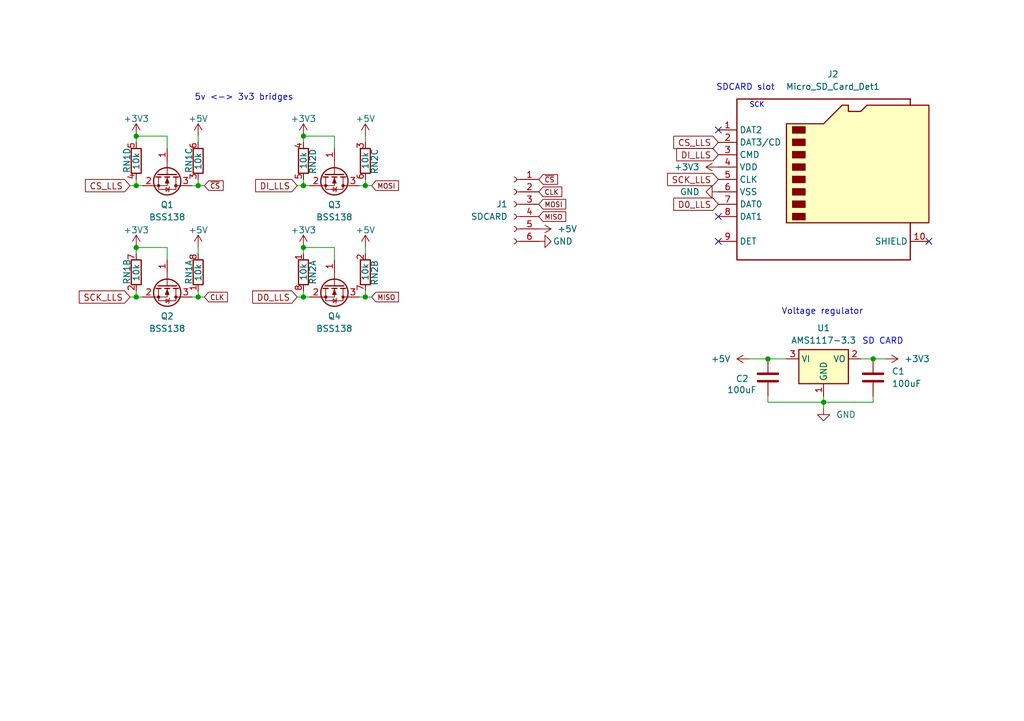
<source format=kicad_sch>
(kicad_sch
	(version 20250114)
	(generator "eeschema")
	(generator_version "9.0")
	(uuid "d9219000-b4b4-4d62-adea-8b24b062fa8e")
	(paper "A5")
	(title_block
		(title "SD-CARD adapter board (3v3 <-> 5v)")
		(date "2025-01-25")
		(rev "rev0")
	)
	(lib_symbols
		(symbol "Connector:Conn_01x06_Socket"
			(pin_names
				(offset 1.016)
				(hide yes)
			)
			(exclude_from_sim no)
			(in_bom yes)
			(on_board yes)
			(property "Reference" "J"
				(at 0 7.62 0)
				(effects
					(font
						(size 1.27 1.27)
					)
				)
			)
			(property "Value" "Conn_01x06_Socket"
				(at 0 -10.16 0)
				(effects
					(font
						(size 1.27 1.27)
					)
				)
			)
			(property "Footprint" ""
				(at 0 0 0)
				(effects
					(font
						(size 1.27 1.27)
					)
					(hide yes)
				)
			)
			(property "Datasheet" "~"
				(at 0 0 0)
				(effects
					(font
						(size 1.27 1.27)
					)
					(hide yes)
				)
			)
			(property "Description" "Generic connector, single row, 01x06, script generated"
				(at 0 0 0)
				(effects
					(font
						(size 1.27 1.27)
					)
					(hide yes)
				)
			)
			(property "ki_locked" ""
				(at 0 0 0)
				(effects
					(font
						(size 1.27 1.27)
					)
				)
			)
			(property "ki_keywords" "connector"
				(at 0 0 0)
				(effects
					(font
						(size 1.27 1.27)
					)
					(hide yes)
				)
			)
			(property "ki_fp_filters" "Connector*:*_1x??_*"
				(at 0 0 0)
				(effects
					(font
						(size 1.27 1.27)
					)
					(hide yes)
				)
			)
			(symbol "Conn_01x06_Socket_1_1"
				(polyline
					(pts
						(xy -1.27 5.08) (xy -0.508 5.08)
					)
					(stroke
						(width 0.1524)
						(type default)
					)
					(fill
						(type none)
					)
				)
				(polyline
					(pts
						(xy -1.27 2.54) (xy -0.508 2.54)
					)
					(stroke
						(width 0.1524)
						(type default)
					)
					(fill
						(type none)
					)
				)
				(polyline
					(pts
						(xy -1.27 0) (xy -0.508 0)
					)
					(stroke
						(width 0.1524)
						(type default)
					)
					(fill
						(type none)
					)
				)
				(polyline
					(pts
						(xy -1.27 -2.54) (xy -0.508 -2.54)
					)
					(stroke
						(width 0.1524)
						(type default)
					)
					(fill
						(type none)
					)
				)
				(polyline
					(pts
						(xy -1.27 -5.08) (xy -0.508 -5.08)
					)
					(stroke
						(width 0.1524)
						(type default)
					)
					(fill
						(type none)
					)
				)
				(polyline
					(pts
						(xy -1.27 -7.62) (xy -0.508 -7.62)
					)
					(stroke
						(width 0.1524)
						(type default)
					)
					(fill
						(type none)
					)
				)
				(arc
					(start 0 4.572)
					(mid -0.5058 5.08)
					(end 0 5.588)
					(stroke
						(width 0.1524)
						(type default)
					)
					(fill
						(type none)
					)
				)
				(arc
					(start 0 2.032)
					(mid -0.5058 2.54)
					(end 0 3.048)
					(stroke
						(width 0.1524)
						(type default)
					)
					(fill
						(type none)
					)
				)
				(arc
					(start 0 -0.508)
					(mid -0.5058 0)
					(end 0 0.508)
					(stroke
						(width 0.1524)
						(type default)
					)
					(fill
						(type none)
					)
				)
				(arc
					(start 0 -3.048)
					(mid -0.5058 -2.54)
					(end 0 -2.032)
					(stroke
						(width 0.1524)
						(type default)
					)
					(fill
						(type none)
					)
				)
				(arc
					(start 0 -5.588)
					(mid -0.5058 -5.08)
					(end 0 -4.572)
					(stroke
						(width 0.1524)
						(type default)
					)
					(fill
						(type none)
					)
				)
				(arc
					(start 0 -8.128)
					(mid -0.5058 -7.62)
					(end 0 -7.112)
					(stroke
						(width 0.1524)
						(type default)
					)
					(fill
						(type none)
					)
				)
				(pin passive line
					(at -5.08 5.08 0)
					(length 3.81)
					(name "Pin_1"
						(effects
							(font
								(size 1.27 1.27)
							)
						)
					)
					(number "1"
						(effects
							(font
								(size 1.27 1.27)
							)
						)
					)
				)
				(pin passive line
					(at -5.08 2.54 0)
					(length 3.81)
					(name "Pin_2"
						(effects
							(font
								(size 1.27 1.27)
							)
						)
					)
					(number "2"
						(effects
							(font
								(size 1.27 1.27)
							)
						)
					)
				)
				(pin passive line
					(at -5.08 0 0)
					(length 3.81)
					(name "Pin_3"
						(effects
							(font
								(size 1.27 1.27)
							)
						)
					)
					(number "3"
						(effects
							(font
								(size 1.27 1.27)
							)
						)
					)
				)
				(pin passive line
					(at -5.08 -2.54 0)
					(length 3.81)
					(name "Pin_4"
						(effects
							(font
								(size 1.27 1.27)
							)
						)
					)
					(number "4"
						(effects
							(font
								(size 1.27 1.27)
							)
						)
					)
				)
				(pin passive line
					(at -5.08 -5.08 0)
					(length 3.81)
					(name "Pin_5"
						(effects
							(font
								(size 1.27 1.27)
							)
						)
					)
					(number "5"
						(effects
							(font
								(size 1.27 1.27)
							)
						)
					)
				)
				(pin passive line
					(at -5.08 -7.62 0)
					(length 3.81)
					(name "Pin_6"
						(effects
							(font
								(size 1.27 1.27)
							)
						)
					)
					(number "6"
						(effects
							(font
								(size 1.27 1.27)
							)
						)
					)
				)
			)
			(embedded_fonts no)
		)
		(symbol "Connector:Micro_SD_Card_Det1"
			(exclude_from_sim no)
			(in_bom yes)
			(on_board yes)
			(property "Reference" "J"
				(at -16.51 17.78 0)
				(effects
					(font
						(size 1.27 1.27)
					)
				)
			)
			(property "Value" "Micro_SD_Card_Det1"
				(at 16.51 17.78 0)
				(effects
					(font
						(size 1.27 1.27)
					)
					(justify right)
				)
			)
			(property "Footprint" ""
				(at 52.07 17.78 0)
				(effects
					(font
						(size 1.27 1.27)
					)
					(hide yes)
				)
			)
			(property "Datasheet" "https://datasheet.lcsc.com/lcsc/2110151630_XKB-Connectivity-XKTF-015-N_C381082.pdf"
				(at 0 2.54 0)
				(effects
					(font
						(size 1.27 1.27)
					)
					(hide yes)
				)
			)
			(property "Description" "Micro SD Card Socket with one card detection pin"
				(at 0 0 0)
				(effects
					(font
						(size 1.27 1.27)
					)
					(hide yes)
				)
			)
			(property "ki_keywords" "connector SD microsd"
				(at 0 0 0)
				(effects
					(font
						(size 1.27 1.27)
					)
					(hide yes)
				)
			)
			(property "ki_fp_filters" "microSD*"
				(at 0 0 0)
				(effects
					(font
						(size 1.27 1.27)
					)
					(hide yes)
				)
			)
			(symbol "Micro_SD_Card_Det1_0_1"
				(polyline
					(pts
						(xy -8.89 -8.89) (xy -8.89 11.43) (xy -1.27 11.43) (xy 2.54 15.24) (xy 3.81 15.24) (xy 3.81 13.97)
						(xy 6.35 13.97) (xy 7.62 15.24) (xy 20.32 15.24) (xy 20.32 -8.89) (xy -8.89 -8.89)
					)
					(stroke
						(width 0.254)
						(type default)
					)
					(fill
						(type background)
					)
				)
				(rectangle
					(start -7.62 10.795)
					(end -5.08 9.525)
					(stroke
						(width 0.254)
						(type default)
					)
					(fill
						(type outline)
					)
				)
				(rectangle
					(start -7.62 8.255)
					(end -5.08 6.985)
					(stroke
						(width 0.254)
						(type default)
					)
					(fill
						(type outline)
					)
				)
				(rectangle
					(start -7.62 5.715)
					(end -5.08 4.445)
					(stroke
						(width 0.254)
						(type default)
					)
					(fill
						(type outline)
					)
				)
				(rectangle
					(start -7.62 3.175)
					(end -5.08 1.905)
					(stroke
						(width 0.254)
						(type default)
					)
					(fill
						(type outline)
					)
				)
				(rectangle
					(start -7.62 0.635)
					(end -5.08 -0.635)
					(stroke
						(width 0.254)
						(type default)
					)
					(fill
						(type outline)
					)
				)
				(rectangle
					(start -7.62 -1.905)
					(end -5.08 -3.175)
					(stroke
						(width 0.254)
						(type default)
					)
					(fill
						(type outline)
					)
				)
				(rectangle
					(start -7.62 -4.445)
					(end -5.08 -5.715)
					(stroke
						(width 0.254)
						(type default)
					)
					(fill
						(type outline)
					)
				)
				(rectangle
					(start -7.62 -6.985)
					(end -5.08 -8.255)
					(stroke
						(width 0.254)
						(type default)
					)
					(fill
						(type outline)
					)
				)
				(polyline
					(pts
						(xy 16.51 15.24) (xy 16.51 16.51) (xy -19.05 16.51) (xy -19.05 -16.51) (xy 16.51 -16.51) (xy 16.51 -8.89)
					)
					(stroke
						(width 0.254)
						(type default)
					)
					(fill
						(type none)
					)
				)
			)
			(symbol "Micro_SD_Card_Det1_1_1"
				(pin bidirectional line
					(at -22.86 10.16 0)
					(length 3.81)
					(name "DAT2"
						(effects
							(font
								(size 1.27 1.27)
							)
						)
					)
					(number "1"
						(effects
							(font
								(size 1.27 1.27)
							)
						)
					)
				)
				(pin bidirectional line
					(at -22.86 7.62 0)
					(length 3.81)
					(name "DAT3/CD"
						(effects
							(font
								(size 1.27 1.27)
							)
						)
					)
					(number "2"
						(effects
							(font
								(size 1.27 1.27)
							)
						)
					)
				)
				(pin input line
					(at -22.86 5.08 0)
					(length 3.81)
					(name "CMD"
						(effects
							(font
								(size 1.27 1.27)
							)
						)
					)
					(number "3"
						(effects
							(font
								(size 1.27 1.27)
							)
						)
					)
				)
				(pin power_in line
					(at -22.86 2.54 0)
					(length 3.81)
					(name "VDD"
						(effects
							(font
								(size 1.27 1.27)
							)
						)
					)
					(number "4"
						(effects
							(font
								(size 1.27 1.27)
							)
						)
					)
				)
				(pin input line
					(at -22.86 0 0)
					(length 3.81)
					(name "CLK"
						(effects
							(font
								(size 1.27 1.27)
							)
						)
					)
					(number "5"
						(effects
							(font
								(size 1.27 1.27)
							)
						)
					)
				)
				(pin power_in line
					(at -22.86 -2.54 0)
					(length 3.81)
					(name "VSS"
						(effects
							(font
								(size 1.27 1.27)
							)
						)
					)
					(number "6"
						(effects
							(font
								(size 1.27 1.27)
							)
						)
					)
				)
				(pin bidirectional line
					(at -22.86 -5.08 0)
					(length 3.81)
					(name "DAT0"
						(effects
							(font
								(size 1.27 1.27)
							)
						)
					)
					(number "7"
						(effects
							(font
								(size 1.27 1.27)
							)
						)
					)
				)
				(pin bidirectional line
					(at -22.86 -7.62 0)
					(length 3.81)
					(name "DAT1"
						(effects
							(font
								(size 1.27 1.27)
							)
						)
					)
					(number "8"
						(effects
							(font
								(size 1.27 1.27)
							)
						)
					)
				)
				(pin passive line
					(at -22.86 -12.7 0)
					(length 3.81)
					(name "DET"
						(effects
							(font
								(size 1.27 1.27)
							)
						)
					)
					(number "9"
						(effects
							(font
								(size 1.27 1.27)
							)
						)
					)
				)
				(pin passive line
					(at 20.32 -12.7 180)
					(length 3.81)
					(name "SHIELD"
						(effects
							(font
								(size 1.27 1.27)
							)
						)
					)
					(number "10"
						(effects
							(font
								(size 1.27 1.27)
							)
						)
					)
				)
			)
			(embedded_fonts no)
		)
		(symbol "Device:C"
			(pin_numbers
				(hide yes)
			)
			(pin_names
				(offset 0.254)
			)
			(exclude_from_sim no)
			(in_bom yes)
			(on_board yes)
			(property "Reference" "C"
				(at 0.635 2.54 0)
				(effects
					(font
						(size 1.27 1.27)
					)
					(justify left)
				)
			)
			(property "Value" "C"
				(at 0.635 -2.54 0)
				(effects
					(font
						(size 1.27 1.27)
					)
					(justify left)
				)
			)
			(property "Footprint" ""
				(at 0.9652 -3.81 0)
				(effects
					(font
						(size 1.27 1.27)
					)
					(hide yes)
				)
			)
			(property "Datasheet" "~"
				(at 0 0 0)
				(effects
					(font
						(size 1.27 1.27)
					)
					(hide yes)
				)
			)
			(property "Description" "Unpolarized capacitor"
				(at 0 0 0)
				(effects
					(font
						(size 1.27 1.27)
					)
					(hide yes)
				)
			)
			(property "ki_keywords" "cap capacitor"
				(at 0 0 0)
				(effects
					(font
						(size 1.27 1.27)
					)
					(hide yes)
				)
			)
			(property "ki_fp_filters" "C_*"
				(at 0 0 0)
				(effects
					(font
						(size 1.27 1.27)
					)
					(hide yes)
				)
			)
			(symbol "C_0_1"
				(polyline
					(pts
						(xy -2.032 0.762) (xy 2.032 0.762)
					)
					(stroke
						(width 0.508)
						(type default)
					)
					(fill
						(type none)
					)
				)
				(polyline
					(pts
						(xy -2.032 -0.762) (xy 2.032 -0.762)
					)
					(stroke
						(width 0.508)
						(type default)
					)
					(fill
						(type none)
					)
				)
			)
			(symbol "C_1_1"
				(pin passive line
					(at 0 3.81 270)
					(length 2.794)
					(name "~"
						(effects
							(font
								(size 1.27 1.27)
							)
						)
					)
					(number "1"
						(effects
							(font
								(size 1.27 1.27)
							)
						)
					)
				)
				(pin passive line
					(at 0 -3.81 90)
					(length 2.794)
					(name "~"
						(effects
							(font
								(size 1.27 1.27)
							)
						)
					)
					(number "2"
						(effects
							(font
								(size 1.27 1.27)
							)
						)
					)
				)
			)
			(embedded_fonts no)
		)
		(symbol "Device:R_Pack04_Split"
			(pin_names
				(offset 0)
				(hide yes)
			)
			(exclude_from_sim no)
			(in_bom yes)
			(on_board yes)
			(property "Reference" "RN"
				(at 2.032 0 90)
				(effects
					(font
						(size 1.27 1.27)
					)
				)
			)
			(property "Value" "R_Pack04_Split"
				(at 0 0 90)
				(effects
					(font
						(size 1.27 1.27)
					)
				)
			)
			(property "Footprint" ""
				(at -2.032 0 90)
				(effects
					(font
						(size 1.27 1.27)
					)
					(hide yes)
				)
			)
			(property "Datasheet" "~"
				(at 0 0 0)
				(effects
					(font
						(size 1.27 1.27)
					)
					(hide yes)
				)
			)
			(property "Description" "4 resistor network, parallel topology, split"
				(at 0 0 0)
				(effects
					(font
						(size 1.27 1.27)
					)
					(hide yes)
				)
			)
			(property "ki_keywords" "R network parallel topology isolated"
				(at 0 0 0)
				(effects
					(font
						(size 1.27 1.27)
					)
					(hide yes)
				)
			)
			(property "ki_fp_filters" "DIP* SOIC* R*Array*Concave* R*Array*Convex*"
				(at 0 0 0)
				(effects
					(font
						(size 1.27 1.27)
					)
					(hide yes)
				)
			)
			(symbol "R_Pack04_Split_0_1"
				(rectangle
					(start 1.016 2.54)
					(end -1.016 -2.54)
					(stroke
						(width 0.254)
						(type default)
					)
					(fill
						(type none)
					)
				)
			)
			(symbol "R_Pack04_Split_1_1"
				(pin passive line
					(at 0 3.81 270)
					(length 1.27)
					(name "R1.2"
						(effects
							(font
								(size 1.27 1.27)
							)
						)
					)
					(number "8"
						(effects
							(font
								(size 1.27 1.27)
							)
						)
					)
				)
				(pin passive line
					(at 0 -3.81 90)
					(length 1.27)
					(name "R1.1"
						(effects
							(font
								(size 1.27 1.27)
							)
						)
					)
					(number "1"
						(effects
							(font
								(size 1.27 1.27)
							)
						)
					)
				)
			)
			(symbol "R_Pack04_Split_2_1"
				(pin passive line
					(at 0 3.81 270)
					(length 1.27)
					(name "R2.2"
						(effects
							(font
								(size 1.27 1.27)
							)
						)
					)
					(number "7"
						(effects
							(font
								(size 1.27 1.27)
							)
						)
					)
				)
				(pin passive line
					(at 0 -3.81 90)
					(length 1.27)
					(name "R2.1"
						(effects
							(font
								(size 1.27 1.27)
							)
						)
					)
					(number "2"
						(effects
							(font
								(size 1.27 1.27)
							)
						)
					)
				)
			)
			(symbol "R_Pack04_Split_3_1"
				(pin passive line
					(at 0 3.81 270)
					(length 1.27)
					(name "R3.2"
						(effects
							(font
								(size 1.27 1.27)
							)
						)
					)
					(number "6"
						(effects
							(font
								(size 1.27 1.27)
							)
						)
					)
				)
				(pin passive line
					(at 0 -3.81 90)
					(length 1.27)
					(name "R3.1"
						(effects
							(font
								(size 1.27 1.27)
							)
						)
					)
					(number "3"
						(effects
							(font
								(size 1.27 1.27)
							)
						)
					)
				)
			)
			(symbol "R_Pack04_Split_4_1"
				(pin passive line
					(at 0 3.81 270)
					(length 1.27)
					(name "R4.2"
						(effects
							(font
								(size 1.27 1.27)
							)
						)
					)
					(number "5"
						(effects
							(font
								(size 1.27 1.27)
							)
						)
					)
				)
				(pin passive line
					(at 0 -3.81 90)
					(length 1.27)
					(name "R4.1"
						(effects
							(font
								(size 1.27 1.27)
							)
						)
					)
					(number "4"
						(effects
							(font
								(size 1.27 1.27)
							)
						)
					)
				)
			)
			(embedded_fonts no)
		)
		(symbol "Regulator_Linear:AMS1117-3.3"
			(exclude_from_sim no)
			(in_bom yes)
			(on_board yes)
			(property "Reference" "U"
				(at -3.81 3.175 0)
				(effects
					(font
						(size 1.27 1.27)
					)
				)
			)
			(property "Value" "AMS1117-3.3"
				(at 0 3.175 0)
				(effects
					(font
						(size 1.27 1.27)
					)
					(justify left)
				)
			)
			(property "Footprint" "Package_TO_SOT_SMD:SOT-223-3_TabPin2"
				(at 0 5.08 0)
				(effects
					(font
						(size 1.27 1.27)
					)
					(hide yes)
				)
			)
			(property "Datasheet" "http://www.advanced-monolithic.com/pdf/ds1117.pdf"
				(at 2.54 -6.35 0)
				(effects
					(font
						(size 1.27 1.27)
					)
					(hide yes)
				)
			)
			(property "Description" "1A Low Dropout regulator, positive, 3.3V fixed output, SOT-223"
				(at 0 0 0)
				(effects
					(font
						(size 1.27 1.27)
					)
					(hide yes)
				)
			)
			(property "ki_keywords" "linear regulator ldo fixed positive"
				(at 0 0 0)
				(effects
					(font
						(size 1.27 1.27)
					)
					(hide yes)
				)
			)
			(property "ki_fp_filters" "SOT?223*TabPin2*"
				(at 0 0 0)
				(effects
					(font
						(size 1.27 1.27)
					)
					(hide yes)
				)
			)
			(symbol "AMS1117-3.3_0_1"
				(rectangle
					(start -5.08 -5.08)
					(end 5.08 1.905)
					(stroke
						(width 0.254)
						(type default)
					)
					(fill
						(type background)
					)
				)
			)
			(symbol "AMS1117-3.3_1_1"
				(pin power_in line
					(at -7.62 0 0)
					(length 2.54)
					(name "VI"
						(effects
							(font
								(size 1.27 1.27)
							)
						)
					)
					(number "3"
						(effects
							(font
								(size 1.27 1.27)
							)
						)
					)
				)
				(pin power_in line
					(at 0 -7.62 90)
					(length 2.54)
					(name "GND"
						(effects
							(font
								(size 1.27 1.27)
							)
						)
					)
					(number "1"
						(effects
							(font
								(size 1.27 1.27)
							)
						)
					)
				)
				(pin power_out line
					(at 7.62 0 180)
					(length 2.54)
					(name "VO"
						(effects
							(font
								(size 1.27 1.27)
							)
						)
					)
					(number "2"
						(effects
							(font
								(size 1.27 1.27)
							)
						)
					)
				)
			)
			(embedded_fonts no)
		)
		(symbol "Transistor_FET:BSS138"
			(pin_names
				(hide yes)
			)
			(exclude_from_sim no)
			(in_bom yes)
			(on_board yes)
			(property "Reference" "Q"
				(at 5.08 1.905 0)
				(effects
					(font
						(size 1.27 1.27)
					)
					(justify left)
				)
			)
			(property "Value" "BSS138"
				(at 5.08 0 0)
				(effects
					(font
						(size 1.27 1.27)
					)
					(justify left)
				)
			)
			(property "Footprint" "Package_TO_SOT_SMD:SOT-23"
				(at 5.08 -1.905 0)
				(effects
					(font
						(size 1.27 1.27)
						(italic yes)
					)
					(justify left)
					(hide yes)
				)
			)
			(property "Datasheet" "https://www.onsemi.com/pub/Collateral/BSS138-D.PDF"
				(at 0 0 0)
				(effects
					(font
						(size 1.27 1.27)
					)
					(justify left)
					(hide yes)
				)
			)
			(property "Description" "50V Vds, 0.22A Id, N-Channel MOSFET, SOT-23"
				(at 0 0 0)
				(effects
					(font
						(size 1.27 1.27)
					)
					(hide yes)
				)
			)
			(property "ki_keywords" "N-Channel MOSFET"
				(at 0 0 0)
				(effects
					(font
						(size 1.27 1.27)
					)
					(hide yes)
				)
			)
			(property "ki_fp_filters" "SOT?23*"
				(at 0 0 0)
				(effects
					(font
						(size 1.27 1.27)
					)
					(hide yes)
				)
			)
			(symbol "BSS138_0_1"
				(polyline
					(pts
						(xy 0.254 1.905) (xy 0.254 -1.905)
					)
					(stroke
						(width 0.254)
						(type default)
					)
					(fill
						(type none)
					)
				)
				(polyline
					(pts
						(xy 0.254 0) (xy -2.54 0)
					)
					(stroke
						(width 0)
						(type default)
					)
					(fill
						(type none)
					)
				)
				(polyline
					(pts
						(xy 0.762 2.286) (xy 0.762 1.27)
					)
					(stroke
						(width 0.254)
						(type default)
					)
					(fill
						(type none)
					)
				)
				(polyline
					(pts
						(xy 0.762 0.508) (xy 0.762 -0.508)
					)
					(stroke
						(width 0.254)
						(type default)
					)
					(fill
						(type none)
					)
				)
				(polyline
					(pts
						(xy 0.762 -1.27) (xy 0.762 -2.286)
					)
					(stroke
						(width 0.254)
						(type default)
					)
					(fill
						(type none)
					)
				)
				(polyline
					(pts
						(xy 0.762 -1.778) (xy 3.302 -1.778) (xy 3.302 1.778) (xy 0.762 1.778)
					)
					(stroke
						(width 0)
						(type default)
					)
					(fill
						(type none)
					)
				)
				(polyline
					(pts
						(xy 1.016 0) (xy 2.032 0.381) (xy 2.032 -0.381) (xy 1.016 0)
					)
					(stroke
						(width 0)
						(type default)
					)
					(fill
						(type outline)
					)
				)
				(circle
					(center 1.651 0)
					(radius 2.794)
					(stroke
						(width 0.254)
						(type default)
					)
					(fill
						(type none)
					)
				)
				(polyline
					(pts
						(xy 2.54 2.54) (xy 2.54 1.778)
					)
					(stroke
						(width 0)
						(type default)
					)
					(fill
						(type none)
					)
				)
				(circle
					(center 2.54 1.778)
					(radius 0.254)
					(stroke
						(width 0)
						(type default)
					)
					(fill
						(type outline)
					)
				)
				(circle
					(center 2.54 -1.778)
					(radius 0.254)
					(stroke
						(width 0)
						(type default)
					)
					(fill
						(type outline)
					)
				)
				(polyline
					(pts
						(xy 2.54 -2.54) (xy 2.54 0) (xy 0.762 0)
					)
					(stroke
						(width 0)
						(type default)
					)
					(fill
						(type none)
					)
				)
				(polyline
					(pts
						(xy 2.794 0.508) (xy 2.921 0.381) (xy 3.683 0.381) (xy 3.81 0.254)
					)
					(stroke
						(width 0)
						(type default)
					)
					(fill
						(type none)
					)
				)
				(polyline
					(pts
						(xy 3.302 0.381) (xy 2.921 -0.254) (xy 3.683 -0.254) (xy 3.302 0.381)
					)
					(stroke
						(width 0)
						(type default)
					)
					(fill
						(type none)
					)
				)
			)
			(symbol "BSS138_1_1"
				(pin input line
					(at -5.08 0 0)
					(length 2.54)
					(name "G"
						(effects
							(font
								(size 1.27 1.27)
							)
						)
					)
					(number "1"
						(effects
							(font
								(size 1.27 1.27)
							)
						)
					)
				)
				(pin passive line
					(at 2.54 5.08 270)
					(length 2.54)
					(name "D"
						(effects
							(font
								(size 1.27 1.27)
							)
						)
					)
					(number "3"
						(effects
							(font
								(size 1.27 1.27)
							)
						)
					)
				)
				(pin passive line
					(at 2.54 -5.08 90)
					(length 2.54)
					(name "S"
						(effects
							(font
								(size 1.27 1.27)
							)
						)
					)
					(number "2"
						(effects
							(font
								(size 1.27 1.27)
							)
						)
					)
				)
			)
			(embedded_fonts no)
		)
		(symbol "power:+3V3"
			(power)
			(pin_names
				(offset 0)
			)
			(exclude_from_sim no)
			(in_bom yes)
			(on_board yes)
			(property "Reference" "#PWR"
				(at 0 -3.81 0)
				(effects
					(font
						(size 1.27 1.27)
					)
					(hide yes)
				)
			)
			(property "Value" "+3V3"
				(at 0 3.556 0)
				(effects
					(font
						(size 1.27 1.27)
					)
				)
			)
			(property "Footprint" ""
				(at 0 0 0)
				(effects
					(font
						(size 1.27 1.27)
					)
					(hide yes)
				)
			)
			(property "Datasheet" ""
				(at 0 0 0)
				(effects
					(font
						(size 1.27 1.27)
					)
					(hide yes)
				)
			)
			(property "Description" "Power symbol creates a global label with name \"+3V3\""
				(at 0 0 0)
				(effects
					(font
						(size 1.27 1.27)
					)
					(hide yes)
				)
			)
			(property "ki_keywords" "power-flag"
				(at 0 0 0)
				(effects
					(font
						(size 1.27 1.27)
					)
					(hide yes)
				)
			)
			(symbol "+3V3_0_1"
				(polyline
					(pts
						(xy -0.762 1.27) (xy 0 2.54)
					)
					(stroke
						(width 0)
						(type default)
					)
					(fill
						(type none)
					)
				)
				(polyline
					(pts
						(xy 0 2.54) (xy 0.762 1.27)
					)
					(stroke
						(width 0)
						(type default)
					)
					(fill
						(type none)
					)
				)
				(polyline
					(pts
						(xy 0 0) (xy 0 2.54)
					)
					(stroke
						(width 0)
						(type default)
					)
					(fill
						(type none)
					)
				)
			)
			(symbol "+3V3_1_1"
				(pin power_in line
					(at 0 0 90)
					(length 0)
					(hide yes)
					(name "+3V3"
						(effects
							(font
								(size 1.27 1.27)
							)
						)
					)
					(number "1"
						(effects
							(font
								(size 1.27 1.27)
							)
						)
					)
				)
			)
			(embedded_fonts no)
		)
		(symbol "power:+5V"
			(power)
			(pin_names
				(offset 0)
			)
			(exclude_from_sim no)
			(in_bom yes)
			(on_board yes)
			(property "Reference" "#PWR"
				(at 0 -3.81 0)
				(effects
					(font
						(size 1.27 1.27)
					)
					(hide yes)
				)
			)
			(property "Value" "+5V"
				(at 0 3.556 0)
				(effects
					(font
						(size 1.27 1.27)
					)
				)
			)
			(property "Footprint" ""
				(at 0 0 0)
				(effects
					(font
						(size 1.27 1.27)
					)
					(hide yes)
				)
			)
			(property "Datasheet" ""
				(at 0 0 0)
				(effects
					(font
						(size 1.27 1.27)
					)
					(hide yes)
				)
			)
			(property "Description" "Power symbol creates a global label with name \"+5V\""
				(at 0 0 0)
				(effects
					(font
						(size 1.27 1.27)
					)
					(hide yes)
				)
			)
			(property "ki_keywords" "power-flag"
				(at 0 0 0)
				(effects
					(font
						(size 1.27 1.27)
					)
					(hide yes)
				)
			)
			(symbol "+5V_0_1"
				(polyline
					(pts
						(xy -0.762 1.27) (xy 0 2.54)
					)
					(stroke
						(width 0)
						(type default)
					)
					(fill
						(type none)
					)
				)
				(polyline
					(pts
						(xy 0 2.54) (xy 0.762 1.27)
					)
					(stroke
						(width 0)
						(type default)
					)
					(fill
						(type none)
					)
				)
				(polyline
					(pts
						(xy 0 0) (xy 0 2.54)
					)
					(stroke
						(width 0)
						(type default)
					)
					(fill
						(type none)
					)
				)
			)
			(symbol "+5V_1_1"
				(pin power_in line
					(at 0 0 90)
					(length 0)
					(hide yes)
					(name "+5V"
						(effects
							(font
								(size 1.27 1.27)
							)
						)
					)
					(number "1"
						(effects
							(font
								(size 1.27 1.27)
							)
						)
					)
				)
			)
			(embedded_fonts no)
		)
		(symbol "power:GND"
			(power)
			(pin_numbers
				(hide yes)
			)
			(pin_names
				(offset 0)
				(hide yes)
			)
			(exclude_from_sim no)
			(in_bom yes)
			(on_board yes)
			(property "Reference" "#PWR"
				(at 0 -6.35 0)
				(effects
					(font
						(size 1.27 1.27)
					)
					(hide yes)
				)
			)
			(property "Value" "GND"
				(at 0 -3.81 0)
				(effects
					(font
						(size 1.27 1.27)
					)
				)
			)
			(property "Footprint" ""
				(at 0 0 0)
				(effects
					(font
						(size 1.27 1.27)
					)
					(hide yes)
				)
			)
			(property "Datasheet" ""
				(at 0 0 0)
				(effects
					(font
						(size 1.27 1.27)
					)
					(hide yes)
				)
			)
			(property "Description" "Power symbol creates a global label with name \"GND\" , ground"
				(at 0 0 0)
				(effects
					(font
						(size 1.27 1.27)
					)
					(hide yes)
				)
			)
			(property "ki_keywords" "global power"
				(at 0 0 0)
				(effects
					(font
						(size 1.27 1.27)
					)
					(hide yes)
				)
			)
			(symbol "GND_0_1"
				(polyline
					(pts
						(xy 0 0) (xy 0 -1.27) (xy 1.27 -1.27) (xy 0 -2.54) (xy -1.27 -1.27) (xy 0 -1.27)
					)
					(stroke
						(width 0)
						(type default)
					)
					(fill
						(type none)
					)
				)
			)
			(symbol "GND_1_1"
				(pin power_in line
					(at 0 0 270)
					(length 0)
					(name "~"
						(effects
							(font
								(size 1.27 1.27)
							)
						)
					)
					(number "1"
						(effects
							(font
								(size 1.27 1.27)
							)
						)
					)
				)
			)
			(embedded_fonts no)
		)
	)
	(text "SDCARD slot"
		(exclude_from_sim no)
		(at 152.908 18.034 0)
		(effects
			(font
				(size 1.27 1.27)
			)
		)
		(uuid "3b52fa9f-4923-465e-bdca-93b0f661d6d7")
	)
	(text "SD CARD"
		(exclude_from_sim no)
		(at 176.784 70.866 0)
		(effects
			(font
				(size 1.27 1.27)
			)
			(justify left bottom)
		)
		(uuid "402ad3e1-4e08-4e4b-964d-4c3ceb2ba904")
	)
	(text "5v <-> 3v3 bridges"
		(exclude_from_sim no)
		(at 50.038 20.066 0)
		(effects
			(font
				(size 1.27 1.27)
			)
		)
		(uuid "b110c4a8-0fdf-41d0-885a-bc7fdb7cdc99")
	)
	(text "Voltage regulator"
		(exclude_from_sim no)
		(at 168.656 64.008 0)
		(effects
			(font
				(size 1.27 1.27)
			)
		)
		(uuid "f2d42ab3-cfe5-474a-b68e-d6046485b0a1")
	)
	(text "SCK"
		(exclude_from_sim no)
		(at 153.67 22.225 0)
		(effects
			(font
				(size 1 1)
			)
			(justify left bottom)
		)
		(uuid "f9cef8ab-0436-4b3b-b30b-c16632cf652c")
	)
	(junction
		(at 27.94 38.1)
		(diameter 0)
		(color 0 0 0 0)
		(uuid "1d293279-42f7-426e-92dd-092154b56837")
	)
	(junction
		(at 62.23 50.8)
		(diameter 0)
		(color 0 0 0 0)
		(uuid "1d614370-fa21-4638-8b71-c6bd9c2ec646")
	)
	(junction
		(at 40.64 38.1)
		(diameter 0)
		(color 0 0 0 0)
		(uuid "4ba48f4a-9f95-4e65-a1e2-ea2a4d15ec80")
	)
	(junction
		(at 179.07 73.66)
		(diameter 0)
		(color 0 0 0 0)
		(uuid "52c5c2d6-bef0-497a-b950-6ad7d1a865f2")
	)
	(junction
		(at 62.23 38.1)
		(diameter 0)
		(color 0 0 0 0)
		(uuid "6801a0d2-9f6c-4109-a6bc-16c194d158c4")
	)
	(junction
		(at 168.91 82.55)
		(diameter 0)
		(color 0 0 0 0)
		(uuid "76401a00-a2c0-4e0e-b317-30d19ab7d654")
	)
	(junction
		(at 62.23 27.94)
		(diameter 0)
		(color 0 0 0 0)
		(uuid "7d2e7951-d7b4-4a75-a2a6-087a0a8c2f24")
	)
	(junction
		(at 40.64 60.96)
		(diameter 0)
		(color 0 0 0 0)
		(uuid "89e5ead0-8d80-4af7-85d3-f0d3f9697118")
	)
	(junction
		(at 74.93 60.96)
		(diameter 0)
		(color 0 0 0 0)
		(uuid "abb793f5-45ff-4fb1-82fc-912a2851637c")
	)
	(junction
		(at 27.94 50.8)
		(diameter 0)
		(color 0 0 0 0)
		(uuid "bc66b839-0813-4da4-bc9b-73c131b325fe")
	)
	(junction
		(at 62.23 60.96)
		(diameter 0)
		(color 0 0 0 0)
		(uuid "d188d76c-990e-4451-ac39-028e6bc589ab")
	)
	(junction
		(at 157.48 73.66)
		(diameter 0)
		(color 0 0 0 0)
		(uuid "d3258952-8e4e-4782-9e89-976dbb955656")
	)
	(junction
		(at 74.93 38.1)
		(diameter 0)
		(color 0 0 0 0)
		(uuid "d35cd406-7ccf-4772-bae8-c071718a069c")
	)
	(junction
		(at 27.94 60.96)
		(diameter 0)
		(color 0 0 0 0)
		(uuid "d88d992d-66b1-4d98-89a0-9864a5802379")
	)
	(junction
		(at 27.94 27.94)
		(diameter 0)
		(color 0 0 0 0)
		(uuid "faf86c1e-5d3d-4c37-8ab2-0d8f3f047860")
	)
	(no_connect
		(at 190.5 49.53)
		(uuid "003ac26b-046a-429b-bcab-1d41b7ad994a")
	)
	(no_connect
		(at 147.32 49.53)
		(uuid "3da7aa28-9b7a-4e97-9ff5-5efbe95a4cb7")
	)
	(no_connect
		(at 147.32 44.45)
		(uuid "5120a621-83b5-4d00-a6d2-2b13b872667d")
	)
	(no_connect
		(at 147.32 26.67)
		(uuid "84ca5a3f-1470-4946-8f48-2cc57af7a64c")
	)
	(wire
		(pts
			(xy 27.94 52.07) (xy 27.94 50.8)
		)
		(stroke
			(width 0)
			(type default)
		)
		(uuid "00dffad3-9d42-4033-9885-eab4da79a474")
	)
	(wire
		(pts
			(xy 68.58 50.8) (xy 68.58 53.34)
		)
		(stroke
			(width 0)
			(type default)
		)
		(uuid "0210986a-a5e1-45da-bdc6-2b0f1bb750d6")
	)
	(wire
		(pts
			(xy 26.67 60.96) (xy 27.94 60.96)
		)
		(stroke
			(width 0)
			(type default)
		)
		(uuid "0644cb1a-b03d-464c-b878-e9079a8eef9b")
	)
	(wire
		(pts
			(xy 168.91 82.55) (xy 179.07 82.55)
		)
		(stroke
			(width 0)
			(type default)
		)
		(uuid "1bd9b10c-0407-4474-b33a-2bce5ce7ffd5")
	)
	(wire
		(pts
			(xy 168.91 81.28) (xy 168.91 82.55)
		)
		(stroke
			(width 0)
			(type default)
		)
		(uuid "1da39fe3-c834-4188-aff8-f749e221a9be")
	)
	(wire
		(pts
			(xy 74.93 60.96) (xy 76.2 60.96)
		)
		(stroke
			(width 0)
			(type default)
		)
		(uuid "20bc1462-abf6-4abb-93b5-10b83eda77a9")
	)
	(wire
		(pts
			(xy 63.5 60.96) (xy 62.23 60.96)
		)
		(stroke
			(width 0)
			(type default)
		)
		(uuid "2633f935-8929-4735-aef2-fe4e4a24a91c")
	)
	(wire
		(pts
			(xy 60.96 38.1) (xy 62.23 38.1)
		)
		(stroke
			(width 0)
			(type default)
		)
		(uuid "2adf3370-ac93-4029-916c-0bb74ec2ce20")
	)
	(wire
		(pts
			(xy 62.23 36.83) (xy 62.23 38.1)
		)
		(stroke
			(width 0)
			(type default)
		)
		(uuid "329f87df-3f74-45b8-b644-17eda96db5b8")
	)
	(wire
		(pts
			(xy 168.91 82.55) (xy 168.91 83.82)
		)
		(stroke
			(width 0)
			(type default)
		)
		(uuid "32aaa4fc-48d9-438a-9fba-b38a23496b19")
	)
	(wire
		(pts
			(xy 74.93 50.8) (xy 74.93 52.07)
		)
		(stroke
			(width 0)
			(type default)
		)
		(uuid "3335b250-eb08-459e-bd80-f33ca790fe65")
	)
	(wire
		(pts
			(xy 39.37 38.1) (xy 40.64 38.1)
		)
		(stroke
			(width 0)
			(type default)
		)
		(uuid "34c8a80e-bac1-4568-be7f-435eefe6b242")
	)
	(wire
		(pts
			(xy 168.91 82.55) (xy 157.48 82.55)
		)
		(stroke
			(width 0)
			(type default)
		)
		(uuid "40c7ec90-8b29-405c-9fef-9d1db52c53f0")
	)
	(wire
		(pts
			(xy 179.07 82.55) (xy 179.07 81.28)
		)
		(stroke
			(width 0)
			(type default)
		)
		(uuid "43851024-d673-40a2-a53f-65326b435437")
	)
	(wire
		(pts
			(xy 62.23 60.96) (xy 62.23 59.69)
		)
		(stroke
			(width 0)
			(type default)
		)
		(uuid "44a45828-014a-4d6a-a225-3ad1f44c5d73")
	)
	(wire
		(pts
			(xy 40.64 38.1) (xy 40.64 36.83)
		)
		(stroke
			(width 0)
			(type default)
		)
		(uuid "46ed90dd-f0d3-4ec6-8441-4c6d3a72d9d1")
	)
	(wire
		(pts
			(xy 157.48 82.55) (xy 157.48 81.28)
		)
		(stroke
			(width 0)
			(type default)
		)
		(uuid "50ced0d3-236f-448e-8379-4a1dae49a074")
	)
	(wire
		(pts
			(xy 40.64 60.96) (xy 41.91 60.96)
		)
		(stroke
			(width 0)
			(type default)
		)
		(uuid "615cfc96-b417-41fa-a302-0d204b8c9b3c")
	)
	(wire
		(pts
			(xy 74.93 38.1) (xy 76.2 38.1)
		)
		(stroke
			(width 0)
			(type default)
		)
		(uuid "68b9ab45-dd66-4fe6-abb1-9c1fb2beacf7")
	)
	(wire
		(pts
			(xy 62.23 38.1) (xy 63.5 38.1)
		)
		(stroke
			(width 0)
			(type default)
		)
		(uuid "728eaa0e-5ee8-4cfc-a922-9e6bf52203c9")
	)
	(wire
		(pts
			(xy 39.37 60.96) (xy 40.64 60.96)
		)
		(stroke
			(width 0)
			(type default)
		)
		(uuid "749f2de9-9f46-47ef-9b63-a268132c42af")
	)
	(wire
		(pts
			(xy 27.94 27.94) (xy 34.29 27.94)
		)
		(stroke
			(width 0)
			(type default)
		)
		(uuid "7765be11-d909-478f-ae6c-41f15bc24a4e")
	)
	(wire
		(pts
			(xy 29.21 60.96) (xy 27.94 60.96)
		)
		(stroke
			(width 0)
			(type default)
		)
		(uuid "77c7f6d5-8b08-4afe-9faa-dc7fb29338d6")
	)
	(wire
		(pts
			(xy 34.29 27.94) (xy 34.29 30.48)
		)
		(stroke
			(width 0)
			(type default)
		)
		(uuid "7d16fb4b-e89e-42c9-98ae-c8e177df3e2a")
	)
	(wire
		(pts
			(xy 27.94 60.96) (xy 27.94 59.69)
		)
		(stroke
			(width 0)
			(type default)
		)
		(uuid "7d2b26df-6781-4ba6-9da3-71c70b9fed17")
	)
	(wire
		(pts
			(xy 176.53 73.66) (xy 179.07 73.66)
		)
		(stroke
			(width 0)
			(type default)
		)
		(uuid "8800347d-0edb-45b3-a7d7-65c6d467a9e7")
	)
	(wire
		(pts
			(xy 27.94 50.8) (xy 34.29 50.8)
		)
		(stroke
			(width 0)
			(type default)
		)
		(uuid "898856a0-b01a-48bb-872e-ee921348ec20")
	)
	(wire
		(pts
			(xy 26.67 38.1) (xy 27.94 38.1)
		)
		(stroke
			(width 0)
			(type default)
		)
		(uuid "94c81beb-7060-40b4-a8e5-13a4c5a46b3f")
	)
	(wire
		(pts
			(xy 73.66 60.96) (xy 74.93 60.96)
		)
		(stroke
			(width 0)
			(type default)
		)
		(uuid "a36145f2-3715-4946-b339-5425d880dc7d")
	)
	(wire
		(pts
			(xy 62.23 52.07) (xy 62.23 50.8)
		)
		(stroke
			(width 0)
			(type default)
		)
		(uuid "ab2fd987-4539-4f06-b0c9-b7ab863b787c")
	)
	(wire
		(pts
			(xy 74.93 60.96) (xy 74.93 59.69)
		)
		(stroke
			(width 0)
			(type default)
		)
		(uuid "ab528f74-909b-43be-ba3f-0adf5b25e7c7")
	)
	(wire
		(pts
			(xy 73.66 38.1) (xy 74.93 38.1)
		)
		(stroke
			(width 0)
			(type default)
		)
		(uuid "aea5b669-b396-408b-8d24-78165d054981")
	)
	(wire
		(pts
			(xy 40.64 38.1) (xy 41.91 38.1)
		)
		(stroke
			(width 0)
			(type default)
		)
		(uuid "b5b8cd23-8a32-4e6b-b012-f18fa0b1a176")
	)
	(wire
		(pts
			(xy 62.23 27.94) (xy 68.58 27.94)
		)
		(stroke
			(width 0)
			(type default)
		)
		(uuid "c3f4e941-6205-46a4-8ade-e4848a90853f")
	)
	(wire
		(pts
			(xy 68.58 27.94) (xy 68.58 30.48)
		)
		(stroke
			(width 0)
			(type default)
		)
		(uuid "c4091c65-27b4-4e7a-891f-1077bce2b376")
	)
	(wire
		(pts
			(xy 40.64 27.94) (xy 40.64 29.21)
		)
		(stroke
			(width 0)
			(type default)
		)
		(uuid "c45e309c-9220-42b7-94b7-8b22b9c1cf17")
	)
	(wire
		(pts
			(xy 153.67 73.66) (xy 157.48 73.66)
		)
		(stroke
			(width 0)
			(type default)
		)
		(uuid "d1060ef2-0b64-4030-97cb-8429941e811f")
	)
	(wire
		(pts
			(xy 40.64 60.96) (xy 40.64 59.69)
		)
		(stroke
			(width 0)
			(type default)
		)
		(uuid "d1800d86-832a-4b85-bc21-5f35912246f0")
	)
	(wire
		(pts
			(xy 74.93 27.94) (xy 74.93 29.21)
		)
		(stroke
			(width 0)
			(type default)
		)
		(uuid "d46a8208-24fc-4241-8bad-09ae27a5edca")
	)
	(wire
		(pts
			(xy 60.96 60.96) (xy 62.23 60.96)
		)
		(stroke
			(width 0)
			(type default)
		)
		(uuid "dcb0756f-ceb1-468b-8949-b81e8765dc34")
	)
	(wire
		(pts
			(xy 34.29 50.8) (xy 34.29 53.34)
		)
		(stroke
			(width 0)
			(type default)
		)
		(uuid "ddc80ef3-95f8-46b3-b2a3-399d92c16439")
	)
	(wire
		(pts
			(xy 74.93 38.1) (xy 74.93 36.83)
		)
		(stroke
			(width 0)
			(type default)
		)
		(uuid "e1fbd3c5-e275-49b7-8fa3-e98009c41668")
	)
	(wire
		(pts
			(xy 62.23 50.8) (xy 68.58 50.8)
		)
		(stroke
			(width 0)
			(type default)
		)
		(uuid "e290f2bf-686b-46bb-9127-b7e4e6145035")
	)
	(wire
		(pts
			(xy 157.48 73.66) (xy 161.29 73.66)
		)
		(stroke
			(width 0)
			(type default)
		)
		(uuid "e76128d6-b422-4856-b565-6f89aaf2fa19")
	)
	(wire
		(pts
			(xy 27.94 36.83) (xy 27.94 38.1)
		)
		(stroke
			(width 0)
			(type default)
		)
		(uuid "f06157cb-5eab-495b-858a-9c9dcf655fc2")
	)
	(wire
		(pts
			(xy 40.64 50.8) (xy 40.64 52.07)
		)
		(stroke
			(width 0)
			(type default)
		)
		(uuid "f38dd6f6-bfd8-4895-b220-5813478b9b56")
	)
	(wire
		(pts
			(xy 62.23 29.21) (xy 62.23 27.94)
		)
		(stroke
			(width 0)
			(type default)
		)
		(uuid "f4a51a9d-b396-4cf9-bddd-0d28dc8c66a4")
	)
	(wire
		(pts
			(xy 27.94 38.1) (xy 29.21 38.1)
		)
		(stroke
			(width 0)
			(type default)
		)
		(uuid "f8d3940b-89f0-4a97-8d5e-365c861241c6")
	)
	(wire
		(pts
			(xy 27.94 29.21) (xy 27.94 27.94)
		)
		(stroke
			(width 0)
			(type default)
		)
		(uuid "f9439ffa-b96e-4cd2-b9f3-d612a04338a9")
	)
	(wire
		(pts
			(xy 179.07 73.66) (xy 181.61 73.66)
		)
		(stroke
			(width 0)
			(type default)
		)
		(uuid "fba7a2a4-e307-4863-959c-cea62fb409fa")
	)
	(global_label "D0_LLS"
		(shape input)
		(at 147.32 41.91 180)
		(fields_autoplaced yes)
		(effects
			(font
				(size 1.27 1.27)
			)
			(justify right)
		)
		(uuid "00184e62-2876-402a-995c-93102a969270")
		(property "Intersheetrefs" "${INTERSHEET_REFS}"
			(at 137.622 41.91 0)
			(effects
				(font
					(size 1.27 1.27)
				)
				(justify right)
				(hide yes)
			)
		)
	)
	(global_label "MISO"
		(shape input)
		(at 110.49 44.45 0)
		(fields_autoplaced yes)
		(effects
			(font
				(size 1 1)
			)
			(justify left)
		)
		(uuid "2e6f16cd-e267-4405-aa1b-3210c1b31ee0")
		(property "Intersheetrefs" "${INTERSHEET_REFS}"
			(at 116.4594 44.45 0)
			(effects
				(font
					(size 1 1)
				)
				(justify left)
				(hide yes)
			)
		)
	)
	(global_label "MISO"
		(shape input)
		(at 76.2 60.96 0)
		(fields_autoplaced yes)
		(effects
			(font
				(size 1 1)
			)
			(justify left)
		)
		(uuid "3b627fdb-e0d6-4258-adee-36a54eb1a983")
		(property "Intersheetrefs" "${INTERSHEET_REFS}"
			(at 82.1694 60.96 0)
			(effects
				(font
					(size 1 1)
				)
				(justify left)
				(hide yes)
			)
		)
	)
	(global_label "CLK"
		(shape input)
		(at 110.49 39.37 0)
		(fields_autoplaced yes)
		(effects
			(font
				(size 1 1)
			)
			(justify left)
		)
		(uuid "3e2c008b-a674-48a8-acb1-b8b92eb03ddb")
		(property "Intersheetrefs" "${INTERSHEET_REFS}"
			(at 115.6498 39.37 0)
			(effects
				(font
					(size 1 1)
				)
				(justify left)
				(hide yes)
			)
		)
	)
	(global_label "CS_LLS"
		(shape input)
		(at 147.32 29.21 180)
		(fields_autoplaced yes)
		(effects
			(font
				(size 1.27 1.27)
			)
			(justify right)
		)
		(uuid "4bf31cf0-e2e8-456d-82aa-a4edf1ba50ee")
		(property "Intersheetrefs" "${INTERSHEET_REFS}"
			(at 137.622 29.21 0)
			(effects
				(font
					(size 1.27 1.27)
				)
				(justify right)
				(hide yes)
			)
		)
	)
	(global_label "MOSI"
		(shape input)
		(at 76.2 38.1 0)
		(fields_autoplaced yes)
		(effects
			(font
				(size 1 1)
			)
			(justify left)
		)
		(uuid "6383cbc4-7841-459c-b9f2-05072179ab3f")
		(property "Intersheetrefs" "${INTERSHEET_REFS}"
			(at 82.1694 38.1 0)
			(effects
				(font
					(size 1 1)
				)
				(justify left)
				(hide yes)
			)
		)
	)
	(global_label "SCK_LLS"
		(shape input)
		(at 26.67 60.96 180)
		(fields_autoplaced yes)
		(effects
			(font
				(size 1.27 1.27)
			)
			(justify right)
		)
		(uuid "66133b45-f51c-4b93-8436-9ce9983f759c")
		(property "Intersheetrefs" "${INTERSHEET_REFS}"
			(at 15.702 60.96 0)
			(effects
				(font
					(size 1.27 1.27)
				)
				(justify right)
				(hide yes)
			)
		)
	)
	(global_label "D0_LLS"
		(shape input)
		(at 60.96 60.96 180)
		(fields_autoplaced yes)
		(effects
			(font
				(size 1.27 1.27)
			)
			(justify right)
		)
		(uuid "72042d22-b5a0-4616-9b74-6bcfd6b1e849")
		(property "Intersheetrefs" "${INTERSHEET_REFS}"
			(at 51.262 60.96 0)
			(effects
				(font
					(size 1.27 1.27)
				)
				(justify right)
				(hide yes)
			)
		)
	)
	(global_label "MOSI"
		(shape input)
		(at 110.49 41.91 0)
		(fields_autoplaced yes)
		(effects
			(font
				(size 1 1)
			)
			(justify left)
		)
		(uuid "913c7ae9-13d4-4810-b5d8-828304d89532")
		(property "Intersheetrefs" "${INTERSHEET_REFS}"
			(at 116.4594 41.91 0)
			(effects
				(font
					(size 1 1)
				)
				(justify left)
				(hide yes)
			)
		)
	)
	(global_label "CLK"
		(shape input)
		(at 41.91 60.96 0)
		(fields_autoplaced yes)
		(effects
			(font
				(size 1 1)
			)
			(justify left)
		)
		(uuid "94319bbf-96da-4059-a175-33e89e8debc6")
		(property "Intersheetrefs" "${INTERSHEET_REFS}"
			(at 47.0698 60.96 0)
			(effects
				(font
					(size 1 1)
				)
				(justify left)
				(hide yes)
			)
		)
	)
	(global_label "CS_LLS"
		(shape input)
		(at 26.67 38.1 180)
		(fields_autoplaced yes)
		(effects
			(font
				(size 1.27 1.27)
			)
			(justify right)
		)
		(uuid "a35b0b3d-ba5b-4def-9418-78d7b33032ff")
		(property "Intersheetrefs" "${INTERSHEET_REFS}"
			(at 16.972 38.1 0)
			(effects
				(font
					(size 1.27 1.27)
				)
				(justify right)
				(hide yes)
			)
		)
	)
	(global_label "~{CS}"
		(shape input)
		(at 41.91 38.1 0)
		(fields_autoplaced yes)
		(effects
			(font
				(size 1 1)
			)
			(justify left)
		)
		(uuid "a64a0eb0-4815-4014-b68a-59b6d9ed76d1")
		(property "Intersheetrefs" "${INTERSHEET_REFS}"
			(at 46.2127 38.1 0)
			(effects
				(font
					(size 1 1)
				)
				(justify left)
				(hide yes)
			)
		)
	)
	(global_label "DI_LLS"
		(shape input)
		(at 60.96 38.1 180)
		(fields_autoplaced yes)
		(effects
			(font
				(size 1.27 1.27)
			)
			(justify right)
		)
		(uuid "ab02ac99-5f21-4a9f-a9cb-7f92dfa579ba")
		(property "Intersheetrefs" "${INTERSHEET_REFS}"
			(at 51.8667 38.1 0)
			(effects
				(font
					(size 1.27 1.27)
				)
				(justify right)
				(hide yes)
			)
		)
	)
	(global_label "SCK_LLS"
		(shape input)
		(at 147.32 36.83 180)
		(fields_autoplaced yes)
		(effects
			(font
				(size 1.27 1.27)
			)
			(justify right)
		)
		(uuid "beaaec4d-68f0-4b6b-a11d-6c0d70750276")
		(property "Intersheetrefs" "${INTERSHEET_REFS}"
			(at 136.352 36.83 0)
			(effects
				(font
					(size 1.27 1.27)
				)
				(justify right)
				(hide yes)
			)
		)
	)
	(global_label "DI_LLS"
		(shape input)
		(at 147.32 31.75 180)
		(fields_autoplaced yes)
		(effects
			(font
				(size 1.27 1.27)
			)
			(justify right)
		)
		(uuid "d5ccf320-65bf-4202-b2a4-f6f31fec1e66")
		(property "Intersheetrefs" "${INTERSHEET_REFS}"
			(at 138.2267 31.75 0)
			(effects
				(font
					(size 1.27 1.27)
				)
				(justify right)
				(hide yes)
			)
		)
	)
	(global_label "~{CS}"
		(shape input)
		(at 110.49 36.83 0)
		(fields_autoplaced yes)
		(effects
			(font
				(size 1 1)
			)
			(justify left)
		)
		(uuid "ed144727-3c65-4954-ba65-fdb7ac863981")
		(property "Intersheetrefs" "${INTERSHEET_REFS}"
			(at 114.7927 36.83 0)
			(effects
				(font
					(size 1 1)
				)
				(justify left)
				(hide yes)
			)
		)
	)
	(symbol
		(lib_id "Connector:Conn_01x06_Socket")
		(at 105.41 41.91 0)
		(mirror y)
		(unit 1)
		(exclude_from_sim no)
		(in_bom yes)
		(on_board yes)
		(dnp no)
		(uuid "05216b0a-62fb-4fef-bd85-56f6d1aad643")
		(property "Reference" "J1"
			(at 104.14 41.9099 0)
			(effects
				(font
					(size 1.27 1.27)
				)
				(justify left)
			)
		)
		(property "Value" "SDCARD"
			(at 104.14 44.4499 0)
			(effects
				(font
					(size 1.27 1.27)
				)
				(justify left)
			)
		)
		(property "Footprint" "Connector_PinHeader_2.54mm:PinHeader_1x06_P2.54mm_Vertical"
			(at 105.41 41.91 0)
			(effects
				(font
					(size 1.27 1.27)
				)
				(hide yes)
			)
		)
		(property "Datasheet" "~"
			(at 105.41 41.91 0)
			(effects
				(font
					(size 1.27 1.27)
				)
				(hide yes)
			)
		)
		(property "Description" "Generic connector, single row, 01x06, script generated"
			(at 105.41 41.91 0)
			(effects
				(font
					(size 1.27 1.27)
				)
				(hide yes)
			)
		)
		(pin "5"
			(uuid "36bf3b7d-287e-4722-87a0-c1d41613cee4")
		)
		(pin "4"
			(uuid "c05fbebe-e1dc-4e96-93d5-c7e1d36206a1")
		)
		(pin "1"
			(uuid "290f5c5e-2417-4f83-87a4-ea8818764937")
		)
		(pin "3"
			(uuid "b065c622-2607-4772-bc29-134df6668d12")
		)
		(pin "2"
			(uuid "dd560de5-d656-480c-84cb-e446d9fc902c")
		)
		(pin "6"
			(uuid "9c9194df-60b6-4f3f-b6a0-e1f031fe5846")
		)
		(instances
			(project "sdcard-adapter"
				(path "/d9219000-b4b4-4d62-adea-8b24b062fa8e"
					(reference "J1")
					(unit 1)
				)
			)
		)
	)
	(symbol
		(lib_id "power:+5V")
		(at 40.64 50.8 0)
		(unit 1)
		(exclude_from_sim no)
		(in_bom yes)
		(on_board yes)
		(dnp no)
		(fields_autoplaced yes)
		(uuid "05306bd2-b813-43a0-b99f-1b4edc5a430a")
		(property "Reference" "#PWR08"
			(at 40.64 54.61 0)
			(effects
				(font
					(size 1.27 1.27)
				)
				(hide yes)
			)
		)
		(property "Value" "+5V"
			(at 40.64 47.2242 0)
			(effects
				(font
					(size 1.27 1.27)
				)
			)
		)
		(property "Footprint" ""
			(at 40.64 50.8 0)
			(effects
				(font
					(size 1.27 1.27)
				)
				(hide yes)
			)
		)
		(property "Datasheet" ""
			(at 40.64 50.8 0)
			(effects
				(font
					(size 1.27 1.27)
				)
				(hide yes)
			)
		)
		(property "Description" ""
			(at 40.64 50.8 0)
			(effects
				(font
					(size 1.27 1.27)
				)
				(hide yes)
			)
		)
		(pin "1"
			(uuid "d889ab89-e77e-4d88-a7f6-10db4736615a")
		)
		(instances
			(project "sdcard-adapter"
				(path "/d9219000-b4b4-4d62-adea-8b24b062fa8e"
					(reference "#PWR08")
					(unit 1)
				)
			)
		)
	)
	(symbol
		(lib_id "Device:R_Pack04_Split")
		(at 40.64 55.88 0)
		(unit 1)
		(exclude_from_sim no)
		(in_bom yes)
		(on_board yes)
		(dnp no)
		(uuid "0a24f19f-b74d-4417-9541-a6c07033ee00")
		(property "Reference" "RN1"
			(at 38.735 58.42 90)
			(effects
				(font
					(size 1.27 1.27)
				)
				(justify left)
			)
		)
		(property "Value" "10k"
			(at 40.64 57.785 90)
			(effects
				(font
					(size 1.27 1.27)
				)
				(justify left)
			)
		)
		(property "Footprint" "Resistor_SMD:R_Array_Convex_4x0603"
			(at 38.608 55.88 90)
			(effects
				(font
					(size 1.27 1.27)
				)
				(hide yes)
			)
		)
		(property "Datasheet" "~"
			(at 40.64 55.88 0)
			(effects
				(font
					(size 1.27 1.27)
				)
				(hide yes)
			)
		)
		(property "Description" ""
			(at 40.64 55.88 0)
			(effects
				(font
					(size 1.27 1.27)
				)
				(hide yes)
			)
		)
		(property "LCSC" "C110924"
			(at 40.64 55.88 0)
			(effects
				(font
					(size 1.27 1.27)
				)
				(hide yes)
			)
		)
		(property "LCSC Part #" "C110924"
			(at 40.64 55.88 0)
			(effects
				(font
					(size 1.27 1.27)
				)
				(hide yes)
			)
		)
		(pin "1"
			(uuid "62076aaf-cef8-4131-8d1e-92b7cdba3c8f")
		)
		(pin "8"
			(uuid "4780f4a0-af09-413a-939f-4ed42356ebc5")
		)
		(pin "2"
			(uuid "7806ce48-13c0-436c-918f-23daf6fb2b07")
		)
		(pin "7"
			(uuid "cf36c044-5ee0-4dfb-a043-92fcceaac20f")
		)
		(pin "3"
			(uuid "d40b3c86-046b-4885-a4ea-6188d6819e42")
		)
		(pin "6"
			(uuid "71415ce7-6b63-4628-a2ce-247461380498")
		)
		(pin "4"
			(uuid "0b65c973-d40e-45a2-b2e5-86a6109b86d3")
		)
		(pin "5"
			(uuid "37a026b1-82cd-4339-a28e-4cd8be672a90")
		)
		(instances
			(project "sdcard-adapter"
				(path "/d9219000-b4b4-4d62-adea-8b24b062fa8e"
					(reference "RN1")
					(unit 1)
				)
			)
		)
	)
	(symbol
		(lib_id "Transistor_FET:BSS138")
		(at 68.58 58.42 270)
		(unit 1)
		(exclude_from_sim no)
		(in_bom yes)
		(on_board yes)
		(dnp no)
		(fields_autoplaced yes)
		(uuid "0a29b6d6-7349-4bb0-b913-609c18253116")
		(property "Reference" "Q4"
			(at 68.58 64.8954 90)
			(effects
				(font
					(size 1.27 1.27)
				)
			)
		)
		(property "Value" "BSS138"
			(at 68.58 67.4323 90)
			(effects
				(font
					(size 1.27 1.27)
				)
			)
		)
		(property "Footprint" "Package_TO_SOT_SMD:SOT-23"
			(at 66.675 63.5 0)
			(effects
				(font
					(size 1.27 1.27)
					(italic yes)
				)
				(justify left)
				(hide yes)
			)
		)
		(property "Datasheet" "https://www.onsemi.com/pub/Collateral/BSS138-D.PDF"
			(at 68.58 58.42 0)
			(effects
				(font
					(size 1.27 1.27)
				)
				(justify left)
				(hide yes)
			)
		)
		(property "Description" ""
			(at 68.58 58.42 0)
			(effects
				(font
					(size 1.27 1.27)
				)
				(hide yes)
			)
		)
		(property "LCSC" "C78284"
			(at 68.58 58.42 0)
			(effects
				(font
					(size 1.27 1.27)
				)
				(hide yes)
			)
		)
		(property "LCSC Part #" "C78284"
			(at 68.58 58.42 0)
			(effects
				(font
					(size 1.27 1.27)
				)
				(hide yes)
			)
		)
		(pin "1"
			(uuid "7631bda8-9994-4b0c-b051-90c6a80d3910")
		)
		(pin "2"
			(uuid "31764bf3-78ae-47ed-b485-8ef092146666")
		)
		(pin "3"
			(uuid "c88fa07c-ce6a-43cb-83fe-8a28c501c320")
		)
		(instances
			(project "sdcard-adapter"
				(path "/d9219000-b4b4-4d62-adea-8b24b062fa8e"
					(reference "Q4")
					(unit 1)
				)
			)
		)
	)
	(symbol
		(lib_id "power:+3V3")
		(at 27.94 27.94 0)
		(unit 1)
		(exclude_from_sim no)
		(in_bom yes)
		(on_board yes)
		(dnp no)
		(fields_autoplaced yes)
		(uuid "1fabe4fd-5d2c-49ea-ace6-18295a347848")
		(property "Reference" "#PWR01"
			(at 27.94 31.75 0)
			(effects
				(font
					(size 1.27 1.27)
				)
				(hide yes)
			)
		)
		(property "Value" "+3V3"
			(at 27.94 24.3642 0)
			(effects
				(font
					(size 1.27 1.27)
				)
			)
		)
		(property "Footprint" ""
			(at 27.94 27.94 0)
			(effects
				(font
					(size 1.27 1.27)
				)
				(hide yes)
			)
		)
		(property "Datasheet" ""
			(at 27.94 27.94 0)
			(effects
				(font
					(size 1.27 1.27)
				)
				(hide yes)
			)
		)
		(property "Description" ""
			(at 27.94 27.94 0)
			(effects
				(font
					(size 1.27 1.27)
				)
				(hide yes)
			)
		)
		(pin "1"
			(uuid "617b9801-2700-4215-8d87-8ebb2aac4d51")
		)
		(instances
			(project "sdcard-adapter"
				(path "/d9219000-b4b4-4d62-adea-8b24b062fa8e"
					(reference "#PWR01")
					(unit 1)
				)
			)
		)
	)
	(symbol
		(lib_id "power:+5V")
		(at 153.67 73.66 90)
		(unit 1)
		(exclude_from_sim no)
		(in_bom yes)
		(on_board yes)
		(dnp no)
		(fields_autoplaced yes)
		(uuid "348fe019-cd05-49d5-8c6d-9e961763ac54")
		(property "Reference" "#PWR011"
			(at 157.48 73.66 0)
			(effects
				(font
					(size 1.27 1.27)
				)
				(hide yes)
			)
		)
		(property "Value" "+5V"
			(at 149.86 73.6599 90)
			(effects
				(font
					(size 1.27 1.27)
				)
				(justify left)
			)
		)
		(property "Footprint" ""
			(at 153.67 73.66 0)
			(effects
				(font
					(size 1.27 1.27)
				)
				(hide yes)
			)
		)
		(property "Datasheet" ""
			(at 153.67 73.66 0)
			(effects
				(font
					(size 1.27 1.27)
				)
				(hide yes)
			)
		)
		(property "Description" ""
			(at 153.67 73.66 0)
			(effects
				(font
					(size 1.27 1.27)
				)
				(hide yes)
			)
		)
		(pin "1"
			(uuid "f8410652-5d1a-4ffb-99fb-2a4ec2e997c8")
		)
		(instances
			(project "sdcard-adapter"
				(path "/d9219000-b4b4-4d62-adea-8b24b062fa8e"
					(reference "#PWR011")
					(unit 1)
				)
			)
		)
	)
	(symbol
		(lib_id "power:+5V")
		(at 74.93 50.8 0)
		(unit 1)
		(exclude_from_sim no)
		(in_bom yes)
		(on_board yes)
		(dnp no)
		(fields_autoplaced yes)
		(uuid "36f6a5c7-3a68-4b69-b822-fcf5396ec80a")
		(property "Reference" "#PWR010"
			(at 74.93 54.61 0)
			(effects
				(font
					(size 1.27 1.27)
				)
				(hide yes)
			)
		)
		(property "Value" "+5V"
			(at 74.93 47.2242 0)
			(effects
				(font
					(size 1.27 1.27)
				)
			)
		)
		(property "Footprint" ""
			(at 74.93 50.8 0)
			(effects
				(font
					(size 1.27 1.27)
				)
				(hide yes)
			)
		)
		(property "Datasheet" ""
			(at 74.93 50.8 0)
			(effects
				(font
					(size 1.27 1.27)
				)
				(hide yes)
			)
		)
		(property "Description" ""
			(at 74.93 50.8 0)
			(effects
				(font
					(size 1.27 1.27)
				)
				(hide yes)
			)
		)
		(pin "1"
			(uuid "af3fbb06-7046-4a3b-ae35-c6a460ea0662")
		)
		(instances
			(project "sdcard-adapter"
				(path "/d9219000-b4b4-4d62-adea-8b24b062fa8e"
					(reference "#PWR010")
					(unit 1)
				)
			)
		)
	)
	(symbol
		(lib_id "Device:R_Pack04_Split")
		(at 40.64 33.02 0)
		(unit 3)
		(exclude_from_sim no)
		(in_bom yes)
		(on_board yes)
		(dnp no)
		(uuid "390a61e9-2455-495f-b72e-82e0b6c7473a")
		(property "Reference" "RN1"
			(at 38.735 35.56 90)
			(effects
				(font
					(size 1.27 1.27)
				)
				(justify left)
			)
		)
		(property "Value" "10k"
			(at 40.64 34.925 90)
			(effects
				(font
					(size 1.27 1.27)
				)
				(justify left)
			)
		)
		(property "Footprint" "Resistor_SMD:R_Array_Convex_4x0603"
			(at 38.608 33.02 90)
			(effects
				(font
					(size 1.27 1.27)
				)
				(hide yes)
			)
		)
		(property "Datasheet" "~"
			(at 40.64 33.02 0)
			(effects
				(font
					(size 1.27 1.27)
				)
				(hide yes)
			)
		)
		(property "Description" ""
			(at 40.64 33.02 0)
			(effects
				(font
					(size 1.27 1.27)
				)
				(hide yes)
			)
		)
		(property "LCSC" "C110924"
			(at 40.64 33.02 0)
			(effects
				(font
					(size 1.27 1.27)
				)
				(hide yes)
			)
		)
		(property "LCSC Part #" "C110924"
			(at 40.64 33.02 0)
			(effects
				(font
					(size 1.27 1.27)
				)
				(hide yes)
			)
		)
		(pin "1"
			(uuid "8ba549c6-f11d-4e3e-86c1-a8aa004b1a49")
		)
		(pin "8"
			(uuid "fb122343-fabe-4b40-ade1-7c0992f75fa2")
		)
		(pin "2"
			(uuid "5db089a9-032e-4060-a0d9-89971355f776")
		)
		(pin "7"
			(uuid "ded4bc8b-5d50-413a-baef-f8b72d7bf0c8")
		)
		(pin "3"
			(uuid "86fb8c19-1ad4-4cf7-a804-ffe955a1e509")
		)
		(pin "6"
			(uuid "11e7f65e-f889-470d-b9df-95164d249180")
		)
		(pin "4"
			(uuid "57cc7579-e85a-4dc1-824e-812e60c390f2")
		)
		(pin "5"
			(uuid "6485be4f-5149-4be3-a8de-7da8b138e684")
		)
		(instances
			(project "sdcard-adapter"
				(path "/d9219000-b4b4-4d62-adea-8b24b062fa8e"
					(reference "RN1")
					(unit 3)
				)
			)
		)
	)
	(symbol
		(lib_id "Regulator_Linear:AMS1117-3.3")
		(at 168.91 73.66 0)
		(unit 1)
		(exclude_from_sim no)
		(in_bom yes)
		(on_board yes)
		(dnp no)
		(fields_autoplaced yes)
		(uuid "39ec4d04-fa15-4a87-96e6-1b2a25ef41b9")
		(property "Reference" "U1"
			(at 168.91 67.31 0)
			(effects
				(font
					(size 1.27 1.27)
				)
			)
		)
		(property "Value" "AMS1117-3.3"
			(at 168.91 69.85 0)
			(effects
				(font
					(size 1.27 1.27)
				)
			)
		)
		(property "Footprint" "Package_TO_SOT_SMD:SOT-223-3_TabPin2"
			(at 168.91 68.58 0)
			(effects
				(font
					(size 1.27 1.27)
				)
				(hide yes)
			)
		)
		(property "Datasheet" "http://www.advanced-monolithic.com/pdf/ds1117.pdf"
			(at 171.45 80.01 0)
			(effects
				(font
					(size 1.27 1.27)
				)
				(hide yes)
			)
		)
		(property "Description" "1A Low Dropout regulator, positive, 3.3V fixed output, SOT-223"
			(at 168.91 73.66 0)
			(effects
				(font
					(size 1.27 1.27)
				)
				(hide yes)
			)
		)
		(property "LCSC Part #" "C5346136"
			(at 168.91 73.66 0)
			(effects
				(font
					(size 1.27 1.27)
				)
				(hide yes)
			)
		)
		(property "LCSC" "C5346136"
			(at 168.91 73.66 0)
			(effects
				(font
					(size 1.27 1.27)
				)
				(hide yes)
			)
		)
		(pin "2"
			(uuid "124fd3ec-ddd6-4f35-af44-fb0e9bbbc611")
		)
		(pin "3"
			(uuid "535a611b-0564-4f8f-9c26-b8a9c0b7f03b")
		)
		(pin "1"
			(uuid "5e5cdcd4-a553-431d-b161-6130e9a26c86")
		)
		(instances
			(project "sdcard-adapter"
				(path "/d9219000-b4b4-4d62-adea-8b24b062fa8e"
					(reference "U1")
					(unit 1)
				)
			)
		)
	)
	(symbol
		(lib_id "power:+3V3")
		(at 181.61 73.66 270)
		(unit 1)
		(exclude_from_sim no)
		(in_bom yes)
		(on_board yes)
		(dnp no)
		(fields_autoplaced yes)
		(uuid "3c2a677b-efe3-4d48-ad55-1c321df67191")
		(property "Reference" "#PWR015"
			(at 177.8 73.66 0)
			(effects
				(font
					(size 1.27 1.27)
				)
				(hide yes)
			)
		)
		(property "Value" "+3V3"
			(at 185.42 73.6599 90)
			(effects
				(font
					(size 1.27 1.27)
				)
				(justify left)
			)
		)
		(property "Footprint" ""
			(at 181.61 73.66 0)
			(effects
				(font
					(size 1.27 1.27)
				)
				(hide yes)
			)
		)
		(property "Datasheet" ""
			(at 181.61 73.66 0)
			(effects
				(font
					(size 1.27 1.27)
				)
				(hide yes)
			)
		)
		(property "Description" "Power symbol creates a global label with name \"+3V3\""
			(at 181.61 73.66 0)
			(effects
				(font
					(size 1.27 1.27)
				)
				(hide yes)
			)
		)
		(pin "1"
			(uuid "dc822483-d682-4fbb-8d46-3d3e3717efc0")
		)
		(instances
			(project "sdcard-adapter"
				(path "/d9219000-b4b4-4d62-adea-8b24b062fa8e"
					(reference "#PWR015")
					(unit 1)
				)
			)
		)
	)
	(symbol
		(lib_id "Transistor_FET:BSS138")
		(at 34.29 58.42 270)
		(unit 1)
		(exclude_from_sim no)
		(in_bom yes)
		(on_board yes)
		(dnp no)
		(fields_autoplaced yes)
		(uuid "42d6d3c8-76a3-4232-93aa-c65eac544979")
		(property "Reference" "Q2"
			(at 34.29 64.8954 90)
			(effects
				(font
					(size 1.27 1.27)
				)
			)
		)
		(property "Value" "BSS138"
			(at 34.29 67.4323 90)
			(effects
				(font
					(size 1.27 1.27)
				)
			)
		)
		(property "Footprint" "Package_TO_SOT_SMD:SOT-23"
			(at 32.385 63.5 0)
			(effects
				(font
					(size 1.27 1.27)
					(italic yes)
				)
				(justify left)
				(hide yes)
			)
		)
		(property "Datasheet" "https://www.onsemi.com/pub/Collateral/BSS138-D.PDF"
			(at 34.29 58.42 0)
			(effects
				(font
					(size 1.27 1.27)
				)
				(justify left)
				(hide yes)
			)
		)
		(property "Description" ""
			(at 34.29 58.42 0)
			(effects
				(font
					(size 1.27 1.27)
				)
				(hide yes)
			)
		)
		(property "LCSC" "C78284"
			(at 34.29 58.42 0)
			(effects
				(font
					(size 1.27 1.27)
				)
				(hide yes)
			)
		)
		(property "LCSC Part #" "C78284"
			(at 34.29 58.42 0)
			(effects
				(font
					(size 1.27 1.27)
				)
				(hide yes)
			)
		)
		(pin "1"
			(uuid "841146c1-945a-4763-adc8-7c22c5b50dac")
		)
		(pin "2"
			(uuid "b1323b12-7d6e-403b-b318-90ad1b0fbc0c")
		)
		(pin "3"
			(uuid "39c5d3d8-fc77-4ade-9780-713e1432cce5")
		)
		(instances
			(project "sdcard-adapter"
				(path "/d9219000-b4b4-4d62-adea-8b24b062fa8e"
					(reference "Q2")
					(unit 1)
				)
			)
		)
	)
	(symbol
		(lib_id "power:+5V")
		(at 40.64 27.94 0)
		(unit 1)
		(exclude_from_sim no)
		(in_bom yes)
		(on_board yes)
		(dnp no)
		(fields_autoplaced yes)
		(uuid "44639572-2295-4f56-b583-95f918862f8a")
		(property "Reference" "#PWR07"
			(at 40.64 31.75 0)
			(effects
				(font
					(size 1.27 1.27)
				)
				(hide yes)
			)
		)
		(property "Value" "+5V"
			(at 40.64 24.3642 0)
			(effects
				(font
					(size 1.27 1.27)
				)
			)
		)
		(property "Footprint" ""
			(at 40.64 27.94 0)
			(effects
				(font
					(size 1.27 1.27)
				)
				(hide yes)
			)
		)
		(property "Datasheet" ""
			(at 40.64 27.94 0)
			(effects
				(font
					(size 1.27 1.27)
				)
				(hide yes)
			)
		)
		(property "Description" ""
			(at 40.64 27.94 0)
			(effects
				(font
					(size 1.27 1.27)
				)
				(hide yes)
			)
		)
		(pin "1"
			(uuid "b979e544-fb3a-401c-80a3-b2b80fbc82c6")
		)
		(instances
			(project "sdcard-adapter"
				(path "/d9219000-b4b4-4d62-adea-8b24b062fa8e"
					(reference "#PWR07")
					(unit 1)
				)
			)
		)
	)
	(symbol
		(lib_id "Device:R_Pack04_Split")
		(at 62.23 33.02 180)
		(unit 4)
		(exclude_from_sim no)
		(in_bom yes)
		(on_board yes)
		(dnp no)
		(uuid "6121f70f-b6c0-4b65-9442-fc7d5caf4e32")
		(property "Reference" "RN2"
			(at 64.135 30.48 90)
			(effects
				(font
					(size 1.27 1.27)
				)
				(justify left)
			)
		)
		(property "Value" "10k"
			(at 62.23 31.115 90)
			(effects
				(font
					(size 1.27 1.27)
				)
				(justify left)
			)
		)
		(property "Footprint" "Resistor_SMD:R_Array_Convex_4x0603"
			(at 64.262 33.02 90)
			(effects
				(font
					(size 1.27 1.27)
				)
				(hide yes)
			)
		)
		(property "Datasheet" "~"
			(at 62.23 33.02 0)
			(effects
				(font
					(size 1.27 1.27)
				)
				(hide yes)
			)
		)
		(property "Description" ""
			(at 62.23 33.02 0)
			(effects
				(font
					(size 1.27 1.27)
				)
				(hide yes)
			)
		)
		(property "LCSC" "C110924"
			(at 62.23 33.02 0)
			(effects
				(font
					(size 1.27 1.27)
				)
				(hide yes)
			)
		)
		(property "LCSC Part #" "C110924"
			(at 62.23 33.02 0)
			(effects
				(font
					(size 1.27 1.27)
				)
				(hide yes)
			)
		)
		(pin "1"
			(uuid "5330cd6d-d161-4f2c-a77e-562d94a1fa55")
		)
		(pin "8"
			(uuid "ac62fbe3-0097-4b09-b4d9-33af78dc6ec9")
		)
		(pin "2"
			(uuid "334d17c3-1220-423a-ad4b-b62f56f6f9ae")
		)
		(pin "7"
			(uuid "34cc1438-033d-4d26-b0db-bde9fd174e41")
		)
		(pin "3"
			(uuid "c6e6a161-cc33-4b49-b803-8040e09c4827")
		)
		(pin "6"
			(uuid "e931ce9e-590b-4d11-8880-1c72723bd054")
		)
		(pin "4"
			(uuid "2b2010ba-7d3a-4dc1-b579-f3008829caaa")
		)
		(pin "5"
			(uuid "9919b9c0-cdc8-4e5d-9f0e-714cd937afde")
		)
		(instances
			(project "sdcard-adapter"
				(path "/d9219000-b4b4-4d62-adea-8b24b062fa8e"
					(reference "RN2")
					(unit 4)
				)
			)
		)
	)
	(symbol
		(lib_id "Device:R_Pack04_Split")
		(at 74.93 55.88 180)
		(unit 2)
		(exclude_from_sim no)
		(in_bom yes)
		(on_board yes)
		(dnp no)
		(uuid "6f099640-3f73-4cdf-975e-9bea2bd56fe4")
		(property "Reference" "RN2"
			(at 76.835 53.34 90)
			(effects
				(font
					(size 1.27 1.27)
				)
				(justify left)
			)
		)
		(property "Value" "10k"
			(at 74.93 53.975 90)
			(effects
				(font
					(size 1.27 1.27)
				)
				(justify left)
			)
		)
		(property "Footprint" "Resistor_SMD:R_Array_Convex_4x0603"
			(at 76.962 55.88 90)
			(effects
				(font
					(size 1.27 1.27)
				)
				(hide yes)
			)
		)
		(property "Datasheet" "~"
			(at 74.93 55.88 0)
			(effects
				(font
					(size 1.27 1.27)
				)
				(hide yes)
			)
		)
		(property "Description" ""
			(at 74.93 55.88 0)
			(effects
				(font
					(size 1.27 1.27)
				)
				(hide yes)
			)
		)
		(property "LCSC" "C110924"
			(at 74.93 55.88 0)
			(effects
				(font
					(size 1.27 1.27)
				)
				(hide yes)
			)
		)
		(property "LCSC Part #" "C110924"
			(at 74.93 55.88 0)
			(effects
				(font
					(size 1.27 1.27)
				)
				(hide yes)
			)
		)
		(pin "1"
			(uuid "c9a1114b-3a29-4040-b04c-c0ef9441fa6b")
		)
		(pin "8"
			(uuid "1cf51a9d-7279-4227-98f4-2ef2f9982e29")
		)
		(pin "2"
			(uuid "45aec6c9-15f9-40ad-9da2-2caf4976ea05")
		)
		(pin "7"
			(uuid "0aced020-b450-4430-9ed9-17dc4ab943b4")
		)
		(pin "3"
			(uuid "20883a39-7b9e-4602-91ea-ba6ef2ed395d")
		)
		(pin "6"
			(uuid "e7050e03-9b42-4ea2-960d-7e944d744061")
		)
		(pin "4"
			(uuid "154dfa6c-6c1c-4cd0-97fe-5afdb0442477")
		)
		(pin "5"
			(uuid "629927ce-5aac-420d-9cc5-a9280d8ea398")
		)
		(instances
			(project "sdcard-adapter"
				(path "/d9219000-b4b4-4d62-adea-8b24b062fa8e"
					(reference "RN2")
					(unit 2)
				)
			)
		)
	)
	(symbol
		(lib_id "Transistor_FET:BSS138")
		(at 34.29 35.56 270)
		(unit 1)
		(exclude_from_sim no)
		(in_bom yes)
		(on_board yes)
		(dnp no)
		(fields_autoplaced yes)
		(uuid "88fd1425-4442-47f3-b96e-2596c889d11a")
		(property "Reference" "Q1"
			(at 34.29 42.0354 90)
			(effects
				(font
					(size 1.27 1.27)
				)
			)
		)
		(property "Value" "BSS138"
			(at 34.29 44.5723 90)
			(effects
				(font
					(size 1.27 1.27)
				)
			)
		)
		(property "Footprint" "Package_TO_SOT_SMD:SOT-23"
			(at 32.385 40.64 0)
			(effects
				(font
					(size 1.27 1.27)
					(italic yes)
				)
				(justify left)
				(hide yes)
			)
		)
		(property "Datasheet" "https://www.onsemi.com/pub/Collateral/BSS138-D.PDF"
			(at 34.29 35.56 0)
			(effects
				(font
					(size 1.27 1.27)
				)
				(justify left)
				(hide yes)
			)
		)
		(property "Description" ""
			(at 34.29 35.56 0)
			(effects
				(font
					(size 1.27 1.27)
				)
				(hide yes)
			)
		)
		(property "LCSC" "C78284"
			(at 34.29 35.56 0)
			(effects
				(font
					(size 1.27 1.27)
				)
				(hide yes)
			)
		)
		(property "LCSC Part #" "C78284"
			(at 34.29 35.56 0)
			(effects
				(font
					(size 1.27 1.27)
				)
				(hide yes)
			)
		)
		(pin "1"
			(uuid "eaa9280a-58ba-4ccf-8919-bb61519267eb")
		)
		(pin "2"
			(uuid "e5a80c26-3ab4-4728-99e1-0f373e9a3499")
		)
		(pin "3"
			(uuid "b3e2e5df-e3d0-48ad-90e9-6ef49d673afb")
		)
		(instances
			(project "sdcard-adapter"
				(path "/d9219000-b4b4-4d62-adea-8b24b062fa8e"
					(reference "Q1")
					(unit 1)
				)
			)
		)
	)
	(symbol
		(lib_id "Connector:Micro_SD_Card_Det1")
		(at 170.18 36.83 0)
		(unit 1)
		(exclude_from_sim no)
		(in_bom yes)
		(on_board yes)
		(dnp no)
		(fields_autoplaced yes)
		(uuid "92e7b9b2-bb1e-4b21-9da6-20603d98e32b")
		(property "Reference" "J2"
			(at 170.815 15.24 0)
			(effects
				(font
					(size 1.27 1.27)
				)
			)
		)
		(property "Value" "Micro_SD_Card_Det1"
			(at 170.815 17.78 0)
			(effects
				(font
					(size 1.27 1.27)
				)
			)
		)
		(property "Footprint" "components:sdcard-socket"
			(at 222.25 19.05 0)
			(effects
				(font
					(size 1.27 1.27)
				)
				(hide yes)
			)
		)
		(property "Datasheet" "https://datasheet.lcsc.com/lcsc/2110151630_XKB-Connectivity-XKTF-015-N_C381082.pdf"
			(at 170.18 34.29 0)
			(effects
				(font
					(size 1.27 1.27)
				)
				(hide yes)
			)
		)
		(property "Description" "Micro SD Card Socket with one card detection pin"
			(at 170.18 36.83 0)
			(effects
				(font
					(size 1.27 1.27)
				)
				(hide yes)
			)
		)
		(property "LCSC Part #" "C381082"
			(at 170.18 36.83 0)
			(effects
				(font
					(size 1.27 1.27)
				)
				(hide yes)
			)
		)
		(property "LCSC" "C381082"
			(at 170.18 36.83 0)
			(effects
				(font
					(size 1.27 1.27)
				)
				(hide yes)
			)
		)
		(pin "9"
			(uuid "264b3184-6500-463b-8332-9e0626deacd9")
		)
		(pin "5"
			(uuid "649e709c-2a08-4193-ae25-35a18cd55e21")
		)
		(pin "7"
			(uuid "7bfe8f0d-09cc-4f4c-8b71-ea77ed36c7a1")
		)
		(pin "10"
			(uuid "8afe4f9b-adde-406c-b421-4172619995be")
		)
		(pin "2"
			(uuid "7b5f514c-8441-4043-bcce-b71d3f98b847")
		)
		(pin "4"
			(uuid "3ee9caa8-6b9d-4fc7-9984-8194af8b0327")
		)
		(pin "3"
			(uuid "abe3af3e-278e-4d3e-be64-c264d80c2d87")
		)
		(pin "6"
			(uuid "f40d8231-757f-4531-83c1-2fff94afddb6")
		)
		(pin "8"
			(uuid "7196fe04-0906-486e-8de9-c622fc8e3276")
		)
		(pin "1"
			(uuid "572f9b34-a69d-41d2-8398-373a232c2fc8")
		)
		(instances
			(project "sdcard-adapter"
				(path "/d9219000-b4b4-4d62-adea-8b24b062fa8e"
					(reference "J2")
					(unit 1)
				)
			)
		)
	)
	(symbol
		(lib_id "Transistor_FET:BSS138")
		(at 68.58 35.56 270)
		(unit 1)
		(exclude_from_sim no)
		(in_bom yes)
		(on_board yes)
		(dnp no)
		(fields_autoplaced yes)
		(uuid "a2e1e53c-67e7-4fe0-aa3f-babc97d2ebed")
		(property "Reference" "Q3"
			(at 68.58 42.0354 90)
			(effects
				(font
					(size 1.27 1.27)
				)
			)
		)
		(property "Value" "BSS138"
			(at 68.58 44.5723 90)
			(effects
				(font
					(size 1.27 1.27)
				)
			)
		)
		(property "Footprint" "Package_TO_SOT_SMD:SOT-23"
			(at 66.675 40.64 0)
			(effects
				(font
					(size 1.27 1.27)
					(italic yes)
				)
				(justify left)
				(hide yes)
			)
		)
		(property "Datasheet" "https://www.onsemi.com/pub/Collateral/BSS138-D.PDF"
			(at 68.58 35.56 0)
			(effects
				(font
					(size 1.27 1.27)
				)
				(justify left)
				(hide yes)
			)
		)
		(property "Description" ""
			(at 68.58 35.56 0)
			(effects
				(font
					(size 1.27 1.27)
				)
				(hide yes)
			)
		)
		(property "LCSC" "C78284"
			(at 68.58 35.56 0)
			(effects
				(font
					(size 1.27 1.27)
				)
				(hide yes)
			)
		)
		(property "LCSC Part #" "C78284"
			(at 68.58 35.56 0)
			(effects
				(font
					(size 1.27 1.27)
				)
				(hide yes)
			)
		)
		(pin "1"
			(uuid "fabb4928-bc30-4bff-9258-f4e288a363fe")
		)
		(pin "2"
			(uuid "44d041f0-9454-4dad-9d74-52e5c258a2fc")
		)
		(pin "3"
			(uuid "114bd332-fa9b-498b-ae88-435517a203dc")
		)
		(instances
			(project "sdcard-adapter"
				(path "/d9219000-b4b4-4d62-adea-8b24b062fa8e"
					(reference "Q3")
					(unit 1)
				)
			)
		)
	)
	(symbol
		(lib_id "Device:R_Pack04_Split")
		(at 27.94 33.02 0)
		(unit 4)
		(exclude_from_sim no)
		(in_bom yes)
		(on_board yes)
		(dnp no)
		(uuid "a64a8989-d078-4309-9bf6-095a4c7274aa")
		(property "Reference" "RN1"
			(at 26.035 35.56 90)
			(effects
				(font
					(size 1.27 1.27)
				)
				(justify left)
			)
		)
		(property "Value" "10k"
			(at 27.94 34.925 90)
			(effects
				(font
					(size 1.27 1.27)
				)
				(justify left)
			)
		)
		(property "Footprint" "Resistor_SMD:R_Array_Convex_4x0603"
			(at 25.908 33.02 90)
			(effects
				(font
					(size 1.27 1.27)
				)
				(hide yes)
			)
		)
		(property "Datasheet" "~"
			(at 27.94 33.02 0)
			(effects
				(font
					(size 1.27 1.27)
				)
				(hide yes)
			)
		)
		(property "Description" ""
			(at 27.94 33.02 0)
			(effects
				(font
					(size 1.27 1.27)
				)
				(hide yes)
			)
		)
		(property "LCSC" "C110924"
			(at 27.94 33.02 0)
			(effects
				(font
					(size 1.27 1.27)
				)
				(hide yes)
			)
		)
		(property "LCSC Part #" "C110924"
			(at 27.94 33.02 0)
			(effects
				(font
					(size 1.27 1.27)
				)
				(hide yes)
			)
		)
		(pin "1"
			(uuid "5330cd6d-d161-4f2c-a77e-562d94a1fa53")
		)
		(pin "8"
			(uuid "ac62fbe3-0097-4b09-b4d9-33af78dc6ec7")
		)
		(pin "2"
			(uuid "334d17c3-1220-423a-ad4b-b62f56f6f9ac")
		)
		(pin "7"
			(uuid "34cc1438-033d-4d26-b0db-bde9fd174e3f")
		)
		(pin "3"
			(uuid "c6e6a161-cc33-4b49-b803-8040e09c4825")
		)
		(pin "6"
			(uuid "e931ce9e-590b-4d11-8880-1c72723bd052")
		)
		(pin "4"
			(uuid "890b7a58-53dd-4cef-81c7-ef8ad4e971f2")
		)
		(pin "5"
			(uuid "48c38b19-5cf2-4280-a9e9-f5796e7a17a0")
		)
		(instances
			(project "sdcard-adapter"
				(path "/d9219000-b4b4-4d62-adea-8b24b062fa8e"
					(reference "RN1")
					(unit 4)
				)
			)
		)
	)
	(symbol
		(lib_id "power:+5V")
		(at 74.93 27.94 0)
		(unit 1)
		(exclude_from_sim no)
		(in_bom yes)
		(on_board yes)
		(dnp no)
		(fields_autoplaced yes)
		(uuid "a6c36593-86d1-475e-899f-cb8f0192e10c")
		(property "Reference" "#PWR09"
			(at 74.93 31.75 0)
			(effects
				(font
					(size 1.27 1.27)
				)
				(hide yes)
			)
		)
		(property "Value" "+5V"
			(at 74.93 24.3642 0)
			(effects
				(font
					(size 1.27 1.27)
				)
			)
		)
		(property "Footprint" ""
			(at 74.93 27.94 0)
			(effects
				(font
					(size 1.27 1.27)
				)
				(hide yes)
			)
		)
		(property "Datasheet" ""
			(at 74.93 27.94 0)
			(effects
				(font
					(size 1.27 1.27)
				)
				(hide yes)
			)
		)
		(property "Description" ""
			(at 74.93 27.94 0)
			(effects
				(font
					(size 1.27 1.27)
				)
				(hide yes)
			)
		)
		(pin "1"
			(uuid "c58f698d-d44e-4d9a-b67f-4ca6fa8284e1")
		)
		(instances
			(project "sdcard-adapter"
				(path "/d9219000-b4b4-4d62-adea-8b24b062fa8e"
					(reference "#PWR09")
					(unit 1)
				)
			)
		)
	)
	(symbol
		(lib_id "Device:C")
		(at 157.48 77.47 0)
		(unit 1)
		(exclude_from_sim no)
		(in_bom yes)
		(on_board yes)
		(dnp no)
		(uuid "a6ce9c19-4357-4fd6-9775-9685fe3603f9")
		(property "Reference" "C2"
			(at 150.876 77.724 0)
			(effects
				(font
					(size 1.27 1.27)
				)
				(justify left)
			)
		)
		(property "Value" "100uF"
			(at 149.098 80.01 0)
			(effects
				(font
					(size 1.27 1.27)
				)
				(justify left)
			)
		)
		(property "Footprint" "Capacitor_SMD:C_1206_3216Metric_Pad1.33x1.80mm_HandSolder"
			(at 158.4452 81.28 0)
			(effects
				(font
					(size 1.27 1.27)
				)
				(hide yes)
			)
		)
		(property "Datasheet" "~"
			(at 157.48 77.47 0)
			(effects
				(font
					(size 1.27 1.27)
				)
				(hide yes)
			)
		)
		(property "Description" "Unpolarized capacitor"
			(at 157.48 77.47 0)
			(effects
				(font
					(size 1.27 1.27)
				)
				(hide yes)
			)
		)
		(property "LCSC Part #" "C309030"
			(at 157.48 77.47 0)
			(effects
				(font
					(size 1.27 1.27)
				)
				(hide yes)
			)
		)
		(property "LCSC" "C309030"
			(at 157.48 77.47 0)
			(effects
				(font
					(size 1.27 1.27)
				)
				(hide yes)
			)
		)
		(pin "2"
			(uuid "e2799c90-2274-4cbc-8e69-a277683d2a05")
		)
		(pin "1"
			(uuid "f221651c-6e7b-43d0-837e-575424d5d826")
		)
		(instances
			(project "sdcard-adapter"
				(path "/d9219000-b4b4-4d62-adea-8b24b062fa8e"
					(reference "C2")
					(unit 1)
				)
			)
		)
	)
	(symbol
		(lib_id "power:GND")
		(at 110.49 49.53 90)
		(unit 1)
		(exclude_from_sim no)
		(in_bom yes)
		(on_board yes)
		(dnp no)
		(uuid "affe2df9-5c9b-4125-af45-30b04b4c051c")
		(property "Reference" "#PWR06"
			(at 116.84 49.53 0)
			(effects
				(font
					(size 1.27 1.27)
				)
				(hide yes)
			)
		)
		(property "Value" "GND"
			(at 117.475 49.53 90)
			(effects
				(font
					(size 1.27 1.27)
				)
				(justify left)
			)
		)
		(property "Footprint" ""
			(at 110.49 49.53 0)
			(effects
				(font
					(size 1.27 1.27)
				)
				(hide yes)
			)
		)
		(property "Datasheet" ""
			(at 110.49 49.53 0)
			(effects
				(font
					(size 1.27 1.27)
				)
				(hide yes)
			)
		)
		(property "Description" ""
			(at 110.49 49.53 0)
			(effects
				(font
					(size 1.27 1.27)
				)
				(hide yes)
			)
		)
		(pin "1"
			(uuid "9646c63e-b23e-43ff-b60d-86de8a731d75")
		)
		(instances
			(project "sdcard-adapter"
				(path "/d9219000-b4b4-4d62-adea-8b24b062fa8e"
					(reference "#PWR06")
					(unit 1)
				)
			)
		)
	)
	(symbol
		(lib_id "Device:C")
		(at 179.07 77.47 0)
		(unit 1)
		(exclude_from_sim no)
		(in_bom yes)
		(on_board yes)
		(dnp no)
		(fields_autoplaced yes)
		(uuid "c42e815f-2b34-44df-a945-f81dfc4e4e03")
		(property "Reference" "C1"
			(at 182.88 76.1999 0)
			(effects
				(font
					(size 1.27 1.27)
				)
				(justify left)
			)
		)
		(property "Value" "100uF"
			(at 182.88 78.7399 0)
			(effects
				(font
					(size 1.27 1.27)
				)
				(justify left)
			)
		)
		(property "Footprint" "Capacitor_SMD:C_1206_3216Metric_Pad1.33x1.80mm_HandSolder"
			(at 180.0352 81.28 0)
			(effects
				(font
					(size 1.27 1.27)
				)
				(hide yes)
			)
		)
		(property "Datasheet" "~"
			(at 179.07 77.47 0)
			(effects
				(font
					(size 1.27 1.27)
				)
				(hide yes)
			)
		)
		(property "Description" "Unpolarized capacitor"
			(at 179.07 77.47 0)
			(effects
				(font
					(size 1.27 1.27)
				)
				(hide yes)
			)
		)
		(property "LCSC Part #" "C309030"
			(at 179.07 77.47 0)
			(effects
				(font
					(size 1.27 1.27)
				)
				(hide yes)
			)
		)
		(property "LCSC" "C309030"
			(at 179.07 77.47 0)
			(effects
				(font
					(size 1.27 1.27)
				)
				(hide yes)
			)
		)
		(pin "2"
			(uuid "6bc53623-872e-4606-8c8b-a35b98512897")
		)
		(pin "1"
			(uuid "f3b57a00-3ec3-472f-a990-1ad592a7ec8d")
		)
		(instances
			(project "sdcard-adapter"
				(path "/d9219000-b4b4-4d62-adea-8b24b062fa8e"
					(reference "C1")
					(unit 1)
				)
			)
		)
	)
	(symbol
		(lib_id "power:+3V3")
		(at 62.23 50.8 0)
		(unit 1)
		(exclude_from_sim no)
		(in_bom yes)
		(on_board yes)
		(dnp no)
		(fields_autoplaced yes)
		(uuid "c5873ccf-61ee-4a55-842c-8f86e465b809")
		(property "Reference" "#PWR04"
			(at 62.23 54.61 0)
			(effects
				(font
					(size 1.27 1.27)
				)
				(hide yes)
			)
		)
		(property "Value" "+3V3"
			(at 62.23 47.2242 0)
			(effects
				(font
					(size 1.27 1.27)
				)
			)
		)
		(property "Footprint" ""
			(at 62.23 50.8 0)
			(effects
				(font
					(size 1.27 1.27)
				)
				(hide yes)
			)
		)
		(property "Datasheet" ""
			(at 62.23 50.8 0)
			(effects
				(font
					(size 1.27 1.27)
				)
				(hide yes)
			)
		)
		(property "Description" ""
			(at 62.23 50.8 0)
			(effects
				(font
					(size 1.27 1.27)
				)
				(hide yes)
			)
		)
		(pin "1"
			(uuid "ea9393a1-8528-4438-895c-74fcde756502")
		)
		(instances
			(project "sdcard-adapter"
				(path "/d9219000-b4b4-4d62-adea-8b24b062fa8e"
					(reference "#PWR04")
					(unit 1)
				)
			)
		)
	)
	(symbol
		(lib_id "power:+3V3")
		(at 27.94 50.8 0)
		(unit 1)
		(exclude_from_sim no)
		(in_bom yes)
		(on_board yes)
		(dnp no)
		(fields_autoplaced yes)
		(uuid "c6261a75-dbd3-4ba7-8d89-1d026bba2fe3")
		(property "Reference" "#PWR02"
			(at 27.94 54.61 0)
			(effects
				(font
					(size 1.27 1.27)
				)
				(hide yes)
			)
		)
		(property "Value" "+3V3"
			(at 27.94 47.2242 0)
			(effects
				(font
					(size 1.27 1.27)
				)
			)
		)
		(property "Footprint" ""
			(at 27.94 50.8 0)
			(effects
				(font
					(size 1.27 1.27)
				)
				(hide yes)
			)
		)
		(property "Datasheet" ""
			(at 27.94 50.8 0)
			(effects
				(font
					(size 1.27 1.27)
				)
				(hide yes)
			)
		)
		(property "Description" ""
			(at 27.94 50.8 0)
			(effects
				(font
					(size 1.27 1.27)
				)
				(hide yes)
			)
		)
		(pin "1"
			(uuid "c798f79c-7267-4ba1-bc7f-6f63751b97ac")
		)
		(instances
			(project "sdcard-adapter"
				(path "/d9219000-b4b4-4d62-adea-8b24b062fa8e"
					(reference "#PWR02")
					(unit 1)
				)
			)
		)
	)
	(symbol
		(lib_id "power:GND")
		(at 147.32 39.37 270)
		(unit 1)
		(exclude_from_sim no)
		(in_bom yes)
		(on_board yes)
		(dnp no)
		(fields_autoplaced yes)
		(uuid "cc0405ed-abc1-43b4-b68f-518222c2c11f")
		(property "Reference" "#PWR013"
			(at 140.97 39.37 0)
			(effects
				(font
					(size 1.27 1.27)
				)
				(hide yes)
			)
		)
		(property "Value" "GND"
			(at 143.51 39.3699 90)
			(effects
				(font
					(size 1.27 1.27)
				)
				(justify right)
			)
		)
		(property "Footprint" ""
			(at 147.32 39.37 0)
			(effects
				(font
					(size 1.27 1.27)
				)
				(hide yes)
			)
		)
		(property "Datasheet" ""
			(at 147.32 39.37 0)
			(effects
				(font
					(size 1.27 1.27)
				)
				(hide yes)
			)
		)
		(property "Description" ""
			(at 147.32 39.37 0)
			(effects
				(font
					(size 1.27 1.27)
				)
				(hide yes)
			)
		)
		(pin "1"
			(uuid "d47d2ee2-c33a-44ce-9e50-699ed3a3930a")
		)
		(instances
			(project "sdcard-adapter"
				(path "/d9219000-b4b4-4d62-adea-8b24b062fa8e"
					(reference "#PWR013")
					(unit 1)
				)
			)
		)
	)
	(symbol
		(lib_id "power:GND")
		(at 168.91 83.82 0)
		(unit 1)
		(exclude_from_sim no)
		(in_bom yes)
		(on_board yes)
		(dnp no)
		(fields_autoplaced yes)
		(uuid "d112f1f5-059b-437d-a9eb-43e3a39fd4cc")
		(property "Reference" "#PWR014"
			(at 168.91 90.17 0)
			(effects
				(font
					(size 1.27 1.27)
				)
				(hide yes)
			)
		)
		(property "Value" "GND"
			(at 171.45 85.0899 0)
			(effects
				(font
					(size 1.27 1.27)
				)
				(justify left)
			)
		)
		(property "Footprint" ""
			(at 168.91 83.82 0)
			(effects
				(font
					(size 1.27 1.27)
				)
				(hide yes)
			)
		)
		(property "Datasheet" ""
			(at 168.91 83.82 0)
			(effects
				(font
					(size 1.27 1.27)
				)
				(hide yes)
			)
		)
		(property "Description" ""
			(at 168.91 83.82 0)
			(effects
				(font
					(size 1.27 1.27)
				)
				(hide yes)
			)
		)
		(pin "1"
			(uuid "7e2a9859-e0d2-4aba-bb8d-48b935c2d261")
		)
		(instances
			(project "sdcard-adapter"
				(path "/d9219000-b4b4-4d62-adea-8b24b062fa8e"
					(reference "#PWR014")
					(unit 1)
				)
			)
		)
	)
	(symbol
		(lib_id "Device:R_Pack04_Split")
		(at 74.93 33.02 180)
		(unit 3)
		(exclude_from_sim no)
		(in_bom yes)
		(on_board yes)
		(dnp no)
		(uuid "d22fe45e-b45b-4e76-9f82-80bf22dc8189")
		(property "Reference" "RN2"
			(at 76.835 30.48 90)
			(effects
				(font
					(size 1.27 1.27)
				)
				(justify left)
			)
		)
		(property "Value" "10k"
			(at 74.93 31.115 90)
			(effects
				(font
					(size 1.27 1.27)
				)
				(justify left)
			)
		)
		(property "Footprint" "Resistor_SMD:R_Array_Convex_4x0603"
			(at 76.962 33.02 90)
			(effects
				(font
					(size 1.27 1.27)
				)
				(hide yes)
			)
		)
		(property "Datasheet" "~"
			(at 74.93 33.02 0)
			(effects
				(font
					(size 1.27 1.27)
				)
				(hide yes)
			)
		)
		(property "Description" ""
			(at 74.93 33.02 0)
			(effects
				(font
					(size 1.27 1.27)
				)
				(hide yes)
			)
		)
		(property "LCSC" "C110924"
			(at 74.93 33.02 0)
			(effects
				(font
					(size 1.27 1.27)
				)
				(hide yes)
			)
		)
		(property "LCSC Part #" "C110924"
			(at 74.93 33.02 0)
			(effects
				(font
					(size 1.27 1.27)
				)
				(hide yes)
			)
		)
		(pin "1"
			(uuid "8ba549c6-f11d-4e3e-86c1-a8aa004b1a46")
		)
		(pin "8"
			(uuid "fb122343-fabe-4b40-ade1-7c0992f75f9f")
		)
		(pin "2"
			(uuid "5db089a9-032e-4060-a0d9-89971355f773")
		)
		(pin "7"
			(uuid "ded4bc8b-5d50-413a-baef-f8b72d7bf0c5")
		)
		(pin "3"
			(uuid "51e5ac12-fa60-4a78-b36b-b157c720bbcf")
		)
		(pin "6"
			(uuid "a077c774-c8da-44fd-b0fa-908358d214ba")
		)
		(pin "4"
			(uuid "57cc7579-e85a-4dc1-824e-812e60c390ef")
		)
		(pin "5"
			(uuid "6485be4f-5149-4be3-a8de-7da8b138e681")
		)
		(instances
			(project "sdcard-adapter"
				(path "/d9219000-b4b4-4d62-adea-8b24b062fa8e"
					(reference "RN2")
					(unit 3)
				)
			)
		)
	)
	(symbol
		(lib_id "power:+3V3")
		(at 147.32 34.29 90)
		(unit 1)
		(exclude_from_sim no)
		(in_bom yes)
		(on_board yes)
		(dnp no)
		(fields_autoplaced yes)
		(uuid "d5b0aa83-9ebc-4b7b-b9d0-fee805e3d461")
		(property "Reference" "#PWR012"
			(at 151.13 34.29 0)
			(effects
				(font
					(size 1.27 1.27)
				)
				(hide yes)
			)
		)
		(property "Value" "+3V3"
			(at 143.51 34.2899 90)
			(effects
				(font
					(size 1.27 1.27)
				)
				(justify left)
			)
		)
		(property "Footprint" ""
			(at 147.32 34.29 0)
			(effects
				(font
					(size 1.27 1.27)
				)
				(hide yes)
			)
		)
		(property "Datasheet" ""
			(at 147.32 34.29 0)
			(effects
				(font
					(size 1.27 1.27)
				)
				(hide yes)
			)
		)
		(property "Description" "Power symbol creates a global label with name \"+3V3\""
			(at 147.32 34.29 0)
			(effects
				(font
					(size 1.27 1.27)
				)
				(hide yes)
			)
		)
		(pin "1"
			(uuid "e90cc83b-6329-460d-bd70-1f6bd3ed75b6")
		)
		(instances
			(project "sdcard-adapter"
				(path "/d9219000-b4b4-4d62-adea-8b24b062fa8e"
					(reference "#PWR012")
					(unit 1)
				)
			)
		)
	)
	(symbol
		(lib_id "power:+5V")
		(at 110.49 46.99 270)
		(unit 1)
		(exclude_from_sim no)
		(in_bom yes)
		(on_board yes)
		(dnp no)
		(fields_autoplaced yes)
		(uuid "e01a2798-9bc4-40e6-ab7b-3468b709dc7a")
		(property "Reference" "#PWR05"
			(at 106.68 46.99 0)
			(effects
				(font
					(size 1.27 1.27)
				)
				(hide yes)
			)
		)
		(property "Value" "+5V"
			(at 114.3 46.9899 90)
			(effects
				(font
					(size 1.27 1.27)
				)
				(justify left)
			)
		)
		(property "Footprint" ""
			(at 110.49 46.99 0)
			(effects
				(font
					(size 1.27 1.27)
				)
				(hide yes)
			)
		)
		(property "Datasheet" ""
			(at 110.49 46.99 0)
			(effects
				(font
					(size 1.27 1.27)
				)
				(hide yes)
			)
		)
		(property "Description" ""
			(at 110.49 46.99 0)
			(effects
				(font
					(size 1.27 1.27)
				)
				(hide yes)
			)
		)
		(pin "1"
			(uuid "eea146db-cf5b-4416-88d9-f3afee6cbae8")
		)
		(instances
			(project "sdcard-adapter"
				(path "/d9219000-b4b4-4d62-adea-8b24b062fa8e"
					(reference "#PWR05")
					(unit 1)
				)
			)
		)
	)
	(symbol
		(lib_id "Device:R_Pack04_Split")
		(at 62.23 55.88 180)
		(unit 1)
		(exclude_from_sim no)
		(in_bom yes)
		(on_board yes)
		(dnp no)
		(uuid "f8b05846-263c-4fa7-b0f4-18bd220ade0f")
		(property "Reference" "RN2"
			(at 64.135 53.34 90)
			(effects
				(font
					(size 1.27 1.27)
				)
				(justify left)
			)
		)
		(property "Value" "10k"
			(at 62.23 53.975 90)
			(effects
				(font
					(size 1.27 1.27)
				)
				(justify left)
			)
		)
		(property "Footprint" "Resistor_SMD:R_Array_Convex_4x0603"
			(at 64.262 55.88 90)
			(effects
				(font
					(size 1.27 1.27)
				)
				(hide yes)
			)
		)
		(property "Datasheet" "~"
			(at 62.23 55.88 0)
			(effects
				(font
					(size 1.27 1.27)
				)
				(hide yes)
			)
		)
		(property "Description" ""
			(at 62.23 55.88 0)
			(effects
				(font
					(size 1.27 1.27)
				)
				(hide yes)
			)
		)
		(property "LCSC" "C110924"
			(at 62.23 55.88 0)
			(effects
				(font
					(size 1.27 1.27)
				)
				(hide yes)
			)
		)
		(property "LCSC Part #" "C110924"
			(at 62.23 55.88 0)
			(effects
				(font
					(size 1.27 1.27)
				)
				(hide yes)
			)
		)
		(pin "1"
			(uuid "cdd28651-61dd-46e9-8f9e-ddfd573ec856")
		)
		(pin "8"
			(uuid "276c15b5-d676-4dc6-82dd-8e5b7baf668f")
		)
		(pin "2"
			(uuid "7806ce48-13c0-436c-918f-23daf6fb2b08")
		)
		(pin "7"
			(uuid "cf36c044-5ee0-4dfb-a043-92fcceaac210")
		)
		(pin "3"
			(uuid "d40b3c86-046b-4885-a4ea-6188d6819e43")
		)
		(pin "6"
			(uuid "71415ce7-6b63-4628-a2ce-247461380499")
		)
		(pin "4"
			(uuid "0b65c973-d40e-45a2-b2e5-86a6109b86d4")
		)
		(pin "5"
			(uuid "37a026b1-82cd-4339-a28e-4cd8be672a91")
		)
		(instances
			(project "sdcard-adapter"
				(path "/d9219000-b4b4-4d62-adea-8b24b062fa8e"
					(reference "RN2")
					(unit 1)
				)
			)
		)
	)
	(symbol
		(lib_id "Device:R_Pack04_Split")
		(at 27.94 55.88 0)
		(unit 2)
		(exclude_from_sim no)
		(in_bom yes)
		(on_board yes)
		(dnp no)
		(uuid "f97d9f7c-dcff-4e51-912f-d78143c5c473")
		(property "Reference" "RN1"
			(at 26.035 58.42 90)
			(effects
				(font
					(size 1.27 1.27)
				)
				(justify left)
			)
		)
		(property "Value" "10k"
			(at 27.94 57.785 90)
			(effects
				(font
					(size 1.27 1.27)
				)
				(justify left)
			)
		)
		(property "Footprint" "Resistor_SMD:R_Array_Convex_4x0603"
			(at 25.908 55.88 90)
			(effects
				(font
					(size 1.27 1.27)
				)
				(hide yes)
			)
		)
		(property "Datasheet" "~"
			(at 27.94 55.88 0)
			(effects
				(font
					(size 1.27 1.27)
				)
				(hide yes)
			)
		)
		(property "Description" ""
			(at 27.94 55.88 0)
			(effects
				(font
					(size 1.27 1.27)
				)
				(hide yes)
			)
		)
		(property "LCSC" "C110924"
			(at 27.94 55.88 0)
			(effects
				(font
					(size 1.27 1.27)
				)
				(hide yes)
			)
		)
		(property "LCSC Part #" "C110924"
			(at 27.94 55.88 0)
			(effects
				(font
					(size 1.27 1.27)
				)
				(hide yes)
			)
		)
		(pin "1"
			(uuid "c9a1114b-3a29-4040-b04c-c0ef9441fa68")
		)
		(pin "8"
			(uuid "1cf51a9d-7279-4227-98f4-2ef2f9982e26")
		)
		(pin "2"
			(uuid "f5ac978f-8ada-4d59-a5b3-73abf162c0da")
		)
		(pin "7"
			(uuid "fea628bc-ec62-4f11-aade-f7b08622a384")
		)
		(pin "3"
			(uuid "20883a39-7b9e-4602-91ea-ba6ef2ed395a")
		)
		(pin "6"
			(uuid "e7050e03-9b42-4ea2-960d-7e944d74405e")
		)
		(pin "4"
			(uuid "154dfa6c-6c1c-4cd0-97fe-5afdb0442474")
		)
		(pin "5"
			(uuid "629927ce-5aac-420d-9cc5-a9280d8ea395")
		)
		(instances
			(project "sdcard-adapter"
				(path "/d9219000-b4b4-4d62-adea-8b24b062fa8e"
					(reference "RN1")
					(unit 2)
				)
			)
		)
	)
	(symbol
		(lib_id "power:+3V3")
		(at 62.23 27.94 0)
		(unit 1)
		(exclude_from_sim no)
		(in_bom yes)
		(on_board yes)
		(dnp no)
		(fields_autoplaced yes)
		(uuid "faeed0bb-ee4f-49e1-a0d8-d9f89e231098")
		(property "Reference" "#PWR03"
			(at 62.23 31.75 0)
			(effects
				(font
					(size 1.27 1.27)
				)
				(hide yes)
			)
		)
		(property "Value" "+3V3"
			(at 62.23 24.3642 0)
			(effects
				(font
					(size 1.27 1.27)
				)
			)
		)
		(property "Footprint" ""
			(at 62.23 27.94 0)
			(effects
				(font
					(size 1.27 1.27)
				)
				(hide yes)
			)
		)
		(property "Datasheet" ""
			(at 62.23 27.94 0)
			(effects
				(font
					(size 1.27 1.27)
				)
				(hide yes)
			)
		)
		(property "Description" ""
			(at 62.23 27.94 0)
			(effects
				(font
					(size 1.27 1.27)
				)
				(hide yes)
			)
		)
		(pin "1"
			(uuid "bb7bd549-c631-4fbd-841b-c68ce845549e")
		)
		(instances
			(project "sdcard-adapter"
				(path "/d9219000-b4b4-4d62-adea-8b24b062fa8e"
					(reference "#PWR03")
					(unit 1)
				)
			)
		)
	)
	(sheet_instances
		(path "/"
			(page "1")
		)
	)
	(embedded_fonts no)
)

</source>
